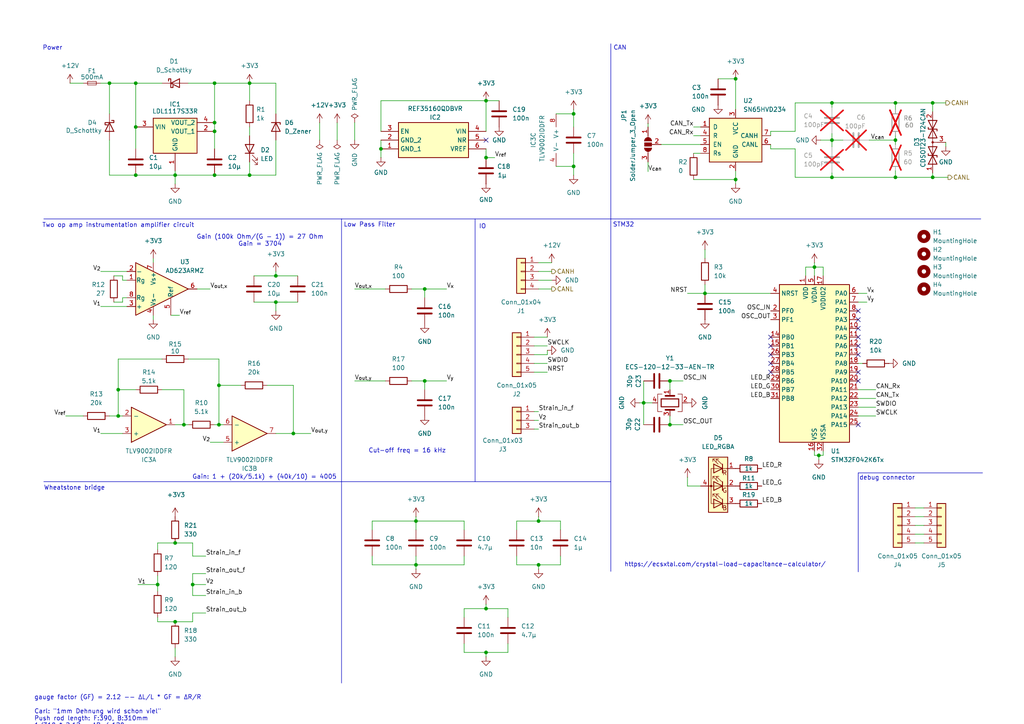
<source format=kicad_sch>
(kicad_sch
	(version 20231120)
	(generator "eeschema")
	(generator_version "8.0")
	(uuid "f8b6600d-b868-4177-9a19-9d3ea5a7ab39")
	(paper "A4")
	
	(junction
		(at 110.49 43.18)
		(diameter 0)
		(color 0 0 0 0)
		(uuid "0113b979-ae6c-4a78-addd-dd9086cd4f25")
	)
	(junction
		(at 120.65 163.83)
		(diameter 0)
		(color 0 0 0 0)
		(uuid "02636ae5-f5e7-48bf-a0d1-c67c747587fa")
	)
	(junction
		(at 237.49 132.08)
		(diameter 0)
		(color 0 0 0 0)
		(uuid "05fcef2d-9dc5-4eef-a6b3-cb266273c987")
	)
	(junction
		(at 62.23 50.8)
		(diameter 0)
		(color 0 0 0 0)
		(uuid "1274ab03-0e54-47dc-a354-b50c482e6800")
	)
	(junction
		(at 270.51 29.845)
		(diameter 0)
		(color 0 0 0 0)
		(uuid "18aab0ba-466c-44b3-ab6f-6a1ed7fe0afe")
	)
	(junction
		(at 39.37 36.83)
		(diameter 0)
		(color 0 0 0 0)
		(uuid "18f22e87-554e-4295-b07b-eb273fe0a1db")
	)
	(junction
		(at 72.39 24.13)
		(diameter 0)
		(color 0 0 0 0)
		(uuid "1c558620-1a98-420b-9444-5ad7f0359b56")
	)
	(junction
		(at 140.97 176.53)
		(diameter 0)
		(color 0 0 0 0)
		(uuid "2068c275-be4a-4ddc-9370-0aa09735babc")
	)
	(junction
		(at 123.19 83.82)
		(diameter 0)
		(color 0 0 0 0)
		(uuid "223cd497-0b94-4d9c-b5e2-168862fd1218")
	)
	(junction
		(at 34.29 120.65)
		(diameter 0)
		(color 0 0 0 0)
		(uuid "24aba9f3-f4f4-4ee6-ab2b-0e2d18dc1c91")
	)
	(junction
		(at 50.8 180.34)
		(diameter 0)
		(color 0 0 0 0)
		(uuid "288f8500-7136-4368-9446-c91c1c33d5b9")
	)
	(junction
		(at 166.37 33.02)
		(diameter 0)
		(color 0 0 0 0)
		(uuid "29218050-3368-4a17-8156-6fcbcb4a527e")
	)
	(junction
		(at 166.37 48.26)
		(diameter 0)
		(color 0 0 0 0)
		(uuid "2f1e8d12-9fdf-4e3d-bd45-b7179341855c")
	)
	(junction
		(at 80.01 80.01)
		(diameter 0)
		(color 0 0 0 0)
		(uuid "2f694dea-cdc4-4dfb-a794-277657627dce")
	)
	(junction
		(at 213.36 22.86)
		(diameter 0)
		(color 0 0 0 0)
		(uuid "2f9f5215-e82d-4a84-b692-9090a2e3a715")
	)
	(junction
		(at 63.5 123.19)
		(diameter 0)
		(color 0 0 0 0)
		(uuid "388b71f3-24b5-42d6-b85e-811513639d97")
	)
	(junction
		(at 62.23 24.13)
		(diameter 0)
		(color 0 0 0 0)
		(uuid "3b3fd521-b43f-4ec9-a61a-bdad4bca688c")
	)
	(junction
		(at 120.65 151.13)
		(diameter 0)
		(color 0 0 0 0)
		(uuid "3f2f3144-da7f-4ef0-bea4-5b0d0d13fd1b")
	)
	(junction
		(at 85.09 125.73)
		(diameter 0)
		(color 0 0 0 0)
		(uuid "3f854f6e-057c-4835-a4df-3fc3838b8305")
	)
	(junction
		(at 34.29 113.03)
		(diameter 0)
		(color 0 0 0 0)
		(uuid "41269feb-ab3e-4360-86bb-de4dc59898c8")
	)
	(junction
		(at 50.8 157.48)
		(diameter 0)
		(color 0 0 0 0)
		(uuid "42578307-91be-4b18-bd8b-b3c4fd4a5a83")
	)
	(junction
		(at 62.23 38.1)
		(diameter 0)
		(color 0 0 0 0)
		(uuid "44c8823b-28ac-4513-9c88-389e5aa2a3b3")
	)
	(junction
		(at 39.37 50.8)
		(diameter 0)
		(color 0 0 0 0)
		(uuid "47ba72a5-4248-4eb6-8c32-01d0c37386c2")
	)
	(junction
		(at 204.47 85.09)
		(diameter 0)
		(color 0 0 0 0)
		(uuid "4a3f6074-2441-4dbb-9060-1f6521322b69")
	)
	(junction
		(at 53.34 123.19)
		(diameter 0)
		(color 0 0 0 0)
		(uuid "50948dc7-93c0-465d-ab1a-1db88ebb8594")
	)
	(junction
		(at 39.37 24.13)
		(diameter 0)
		(color 0 0 0 0)
		(uuid "53ddbd20-4971-4223-9330-8998a94ec2be")
	)
	(junction
		(at 241.3 40.64)
		(diameter 0)
		(color 0 0 0 0)
		(uuid "59324dc7-0930-4c87-a34c-04356d262356")
	)
	(junction
		(at 45.72 169.545)
		(diameter 0)
		(color 0 0 0 0)
		(uuid "59ef493a-90c8-487f-83e0-d3eb3e5f62f2")
	)
	(junction
		(at 140.97 45.72)
		(diameter 0)
		(color 0 0 0 0)
		(uuid "5bf45bd7-2a16-40d0-a149-2850a8188caa")
	)
	(junction
		(at 123.19 110.49)
		(diameter 0)
		(color 0 0 0 0)
		(uuid "604244db-04ca-4606-9a06-feac5a699bb3")
	)
	(junction
		(at 156.21 163.83)
		(diameter 0)
		(color 0 0 0 0)
		(uuid "608c0f87-740b-421b-b82b-596682e21913")
	)
	(junction
		(at 50.8 50.8)
		(diameter 0)
		(color 0 0 0 0)
		(uuid "6574a473-b1d9-470d-80ee-9fdf3fb4b41f")
	)
	(junction
		(at 31.75 24.13)
		(diameter 0)
		(color 0 0 0 0)
		(uuid "714a975b-3475-4259-948c-c306fb6e4177")
	)
	(junction
		(at 186.69 116.84)
		(diameter 0)
		(color 0 0 0 0)
		(uuid "764fcdba-d25d-4eee-915c-52e0c14de4df")
	)
	(junction
		(at 241.3 51.435)
		(diameter 0)
		(color 0 0 0 0)
		(uuid "8cddb896-25c8-45c4-9da8-9f4a22485cb6")
	)
	(junction
		(at 80.01 87.63)
		(diameter 0)
		(color 0 0 0 0)
		(uuid "8f88ce5c-bbe4-4933-92ad-0970284a6b45")
	)
	(junction
		(at 140.97 29.21)
		(diameter 0)
		(color 0 0 0 0)
		(uuid "90a85d0d-9be5-42b6-bf79-6111eb7d6e3d")
	)
	(junction
		(at 259.715 40.64)
		(diameter 0)
		(color 0 0 0 0)
		(uuid "971428a6-e6a3-428e-8996-3365e1415a7a")
	)
	(junction
		(at 156.21 151.13)
		(diameter 0)
		(color 0 0 0 0)
		(uuid "99845d11-7ec7-464f-9f0f-482eae093d4c")
	)
	(junction
		(at 140.97 189.23)
		(diameter 0)
		(color 0 0 0 0)
		(uuid "9e232b2f-2ab0-468b-9669-f57663f79ef7")
	)
	(junction
		(at 241.3 29.845)
		(diameter 0)
		(color 0 0 0 0)
		(uuid "affa2bdb-72df-41b6-9386-ac5839bc4c33")
	)
	(junction
		(at 55.88 169.545)
		(diameter 0)
		(color 0 0 0 0)
		(uuid "d06d7824-d899-492a-ae35-415b3eebf14b")
	)
	(junction
		(at 270.51 51.435)
		(diameter 0)
		(color 0 0 0 0)
		(uuid "dbe45813-95eb-48d7-81a3-962cd7ddbc04")
	)
	(junction
		(at 194.31 123.19)
		(diameter 0)
		(color 0 0 0 0)
		(uuid "debe2676-f69a-452d-8128-8a931bbd7b9e")
	)
	(junction
		(at 72.39 50.8)
		(diameter 0)
		(color 0 0 0 0)
		(uuid "e05dcd12-26d0-4f21-b15d-3699451334e4")
	)
	(junction
		(at 236.22 77.47)
		(diameter 0)
		(color 0 0 0 0)
		(uuid "e308ba93-7af4-45c6-a51f-d4d9b8d7cb7b")
	)
	(junction
		(at 213.36 52.07)
		(diameter 0)
		(color 0 0 0 0)
		(uuid "ec86ed57-28f2-494f-8bd7-d1859c4d7aeb")
	)
	(junction
		(at 259.715 29.845)
		(diameter 0)
		(color 0 0 0 0)
		(uuid "f22c6796-88a6-4583-b5fb-10286df5dff5")
	)
	(junction
		(at 259.715 51.435)
		(diameter 0)
		(color 0 0 0 0)
		(uuid "f59fe935-3d90-45db-bf79-550fe3a27049")
	)
	(junction
		(at 63.5 111.76)
		(diameter 0)
		(color 0 0 0 0)
		(uuid "f9ab6fc7-b12d-4eff-8086-0a272832ba90")
	)
	(junction
		(at 62.23 35.56)
		(diameter 0)
		(color 0 0 0 0)
		(uuid "fab02c0a-ce37-40a3-b016-902294032dec")
	)
	(junction
		(at 194.31 110.49)
		(diameter 0)
		(color 0 0 0 0)
		(uuid "fffb8a15-a344-4a78-8726-789c7b35a907")
	)
	(no_connect
		(at 248.92 107.95)
		(uuid "011e21b3-b88d-48a0-9d5e-c901bd666664")
	)
	(no_connect
		(at 248.92 102.87)
		(uuid "2e3f0ee1-7a11-4d5f-abfb-ffde1fad48ac")
	)
	(no_connect
		(at 223.52 97.79)
		(uuid "3de57669-5315-4a25-a8eb-0ee6f377387a")
	)
	(no_connect
		(at 248.92 97.79)
		(uuid "4cb08239-7d61-4c53-848c-439b0236758b")
	)
	(no_connect
		(at 140.97 40.64)
		(uuid "54644852-1250-4726-9ec8-ada8de9d6f35")
	)
	(no_connect
		(at 223.52 102.87)
		(uuid "576c9c93-a1dc-46aa-8d59-ec64518b7b78")
	)
	(no_connect
		(at 223.52 100.33)
		(uuid "762b8d8d-a8ca-4b3e-8ff7-bbd012e14687")
	)
	(no_connect
		(at 248.92 90.17)
		(uuid "806ee23d-364e-4f82-b471-1fe5dc77d4ac")
	)
	(no_connect
		(at 248.92 92.71)
		(uuid "978aebbd-ccf9-43d0-aea5-fd0c751587c1")
	)
	(no_connect
		(at 248.92 110.49)
		(uuid "9dda198c-30f3-494f-8d56-3ca5ea66041e")
	)
	(no_connect
		(at 248.92 95.25)
		(uuid "b8233062-00c3-4336-b76d-bc355acc5921")
	)
	(no_connect
		(at 248.92 100.33)
		(uuid "bf95490b-5f80-4b63-9514-be8f71732242")
	)
	(no_connect
		(at 223.52 105.41)
		(uuid "d430a219-39ed-4a59-9bd6-bff0f7928992")
	)
	(no_connect
		(at 223.52 107.95)
		(uuid "fe44cb1b-97b2-43e8-9eb7-b332eb0062c4")
	)
	(no_connect
		(at 248.92 123.19)
		(uuid "fff99822-a65f-4e72-9759-c772dadeb206")
	)
	(wire
		(pts
			(xy 52.07 91.44) (xy 49.53 91.44)
		)
		(stroke
			(width 0)
			(type default)
		)
		(uuid "002b569b-193c-4073-9b83-093fc57c216c")
	)
	(wire
		(pts
			(xy 80.01 87.63) (xy 80.01 90.17)
		)
		(stroke
			(width 0)
			(type default)
		)
		(uuid "013202b2-a727-4751-ade1-1dc6256e77e0")
	)
	(wire
		(pts
			(xy 63.5 123.19) (xy 64.77 123.19)
		)
		(stroke
			(width 0)
			(type default)
		)
		(uuid "03cf31f4-a89b-4b47-834e-cb316a079ae8")
	)
	(wire
		(pts
			(xy 29.21 88.9) (xy 36.83 88.9)
		)
		(stroke
			(width 0)
			(type default)
		)
		(uuid "03e40dc0-7d1c-4bd7-ad66-c72d428e8588")
	)
	(wire
		(pts
			(xy 31.75 24.13) (xy 39.37 24.13)
		)
		(stroke
			(width 0)
			(type default)
		)
		(uuid "05c21496-2040-4273-bc27-cd6a300b478b")
	)
	(wire
		(pts
			(xy 62.23 50.8) (xy 50.8 50.8)
		)
		(stroke
			(width 0)
			(type default)
		)
		(uuid "063bad33-447b-4eec-8a86-60eb22fc1ae6")
	)
	(polyline
		(pts
			(xy 12.7 63.5) (xy 99.06 63.5)
		)
		(stroke
			(width 0)
			(type default)
		)
		(uuid "06e5fcf3-7a79-456b-9e2f-585370566cb8")
	)
	(wire
		(pts
			(xy 156.21 83.82) (xy 160.02 83.82)
		)
		(stroke
			(width 0)
			(type default)
		)
		(uuid "06f863bd-09fb-404b-bb84-6d24da4bced6")
	)
	(wire
		(pts
			(xy 161.29 48.26) (xy 166.37 48.26)
		)
		(stroke
			(width 0)
			(type default)
		)
		(uuid "081c33e7-32e7-47ea-ae00-fd4f7389becf")
	)
	(wire
		(pts
			(xy 63.5 111.76) (xy 63.5 104.14)
		)
		(stroke
			(width 0)
			(type default)
		)
		(uuid "0836748d-ddae-4121-b54f-6f77c7a22eff")
	)
	(wire
		(pts
			(xy 241.3 51.435) (xy 259.715 51.435)
		)
		(stroke
			(width 0)
			(type default)
		)
		(uuid "095b1cd1-9a0c-4002-89f1-b5b2cdd36522")
	)
	(wire
		(pts
			(xy 73.66 80.01) (xy 80.01 80.01)
		)
		(stroke
			(width 0)
			(type default)
		)
		(uuid "0c68411c-5b64-4939-8271-dafc20811513")
	)
	(wire
		(pts
			(xy 201.168 52.07) (xy 213.36 52.07)
		)
		(stroke
			(width 0)
			(type default)
		)
		(uuid "0c911aa3-c435-499e-9389-99cf5d2b2b9c")
	)
	(wire
		(pts
			(xy 147.32 189.23) (xy 147.32 186.69)
		)
		(stroke
			(width 0)
			(type default)
		)
		(uuid "0ce8dfc3-b7e4-4e1d-a601-2339048041c9")
	)
	(wire
		(pts
			(xy 241.427 29.845) (xy 241.427 29.718)
		)
		(stroke
			(width 0)
			(type default)
		)
		(uuid "0d4194ca-3726-4e15-8ee1-5df1bbd9cf3e")
	)
	(wire
		(pts
			(xy 44.45 74.93) (xy 44.45 76.2)
		)
		(stroke
			(width 0)
			(type default)
		)
		(uuid "0ddf33d9-33e6-4e10-af48-91607963e200")
	)
	(wire
		(pts
			(xy 140.97 45.72) (xy 140.97 43.18)
		)
		(stroke
			(width 0)
			(type default)
		)
		(uuid "0e059004-e4c6-443c-9ae9-d824401392f4")
	)
	(wire
		(pts
			(xy 204.47 72.39) (xy 204.47 74.93)
		)
		(stroke
			(width 0)
			(type default)
		)
		(uuid "0e1d89c7-9f47-4922-a602-fc1e86b0b19e")
	)
	(wire
		(pts
			(xy 201.168 36.83) (xy 203.2 36.83)
		)
		(stroke
			(width 0)
			(type default)
		)
		(uuid "0f5537fc-d328-4fd1-a1a3-1f83bddc76ec")
	)
	(wire
		(pts
			(xy 134.62 176.53) (xy 140.97 176.53)
		)
		(stroke
			(width 0)
			(type default)
		)
		(uuid "0f88d33a-72a9-4f30-aad1-8ffc47253642")
	)
	(wire
		(pts
			(xy 45.72 180.34) (xy 45.72 179.07)
		)
		(stroke
			(width 0)
			(type default)
		)
		(uuid "104e6e70-864a-4e5b-8b3e-6f752188f023")
	)
	(wire
		(pts
			(xy 59.69 161.29) (xy 55.88 161.29)
		)
		(stroke
			(width 0)
			(type default)
		)
		(uuid "126bc45f-61a2-4403-bafb-b98dd6e9be2e")
	)
	(wire
		(pts
			(xy 85.09 111.76) (xy 77.47 111.76)
		)
		(stroke
			(width 0)
			(type default)
		)
		(uuid "12c70ed5-7a7c-4673-977a-9074d9ae907f")
	)
	(wire
		(pts
			(xy 254 115.57) (xy 248.92 115.57)
		)
		(stroke
			(width 0)
			(type default)
		)
		(uuid "12dcbea1-3261-4fd0-8e4c-9bcdcdf9fa51")
	)
	(wire
		(pts
			(xy 55.88 177.8) (xy 55.88 180.34)
		)
		(stroke
			(width 0)
			(type default)
		)
		(uuid "1310dc17-41e6-4dea-9c15-cdb66a7a83da")
	)
	(wire
		(pts
			(xy 213.36 31.75) (xy 213.36 22.86)
		)
		(stroke
			(width 0)
			(type default)
		)
		(uuid "132dced9-bc89-44e4-8110-c9eadfa7c1e2")
	)
	(wire
		(pts
			(xy 107.95 153.67) (xy 107.95 151.13)
		)
		(stroke
			(width 0)
			(type default)
		)
		(uuid "15d351c6-00b0-40fb-9381-1f23c8a35151")
	)
	(wire
		(pts
			(xy 251.46 87.63) (xy 248.92 87.63)
		)
		(stroke
			(width 0)
			(type default)
		)
		(uuid "162f05f0-fdcb-4cf3-bc7b-82a0fb4dc163")
	)
	(wire
		(pts
			(xy 241.3 50.165) (xy 241.3 51.435)
		)
		(stroke
			(width 0)
			(type default)
		)
		(uuid "17c80241-ad75-4b36-b401-7697b6679a17")
	)
	(wire
		(pts
			(xy 186.69 116.84) (xy 189.23 116.84)
		)
		(stroke
			(width 0)
			(type default)
		)
		(uuid "18b95f29-5d3b-46e1-8278-34a9eb73cf73")
	)
	(wire
		(pts
			(xy 46.99 104.14) (xy 34.29 104.14)
		)
		(stroke
			(width 0)
			(type default)
		)
		(uuid "18db34b7-9ad5-4c45-ac7a-de65e5b10f34")
	)
	(wire
		(pts
			(xy 267.97 154.94) (xy 265.43 154.94)
		)
		(stroke
			(width 0)
			(type default)
		)
		(uuid "19f47de0-79b3-4420-8974-17818dc70da7")
	)
	(wire
		(pts
			(xy 72.39 46.99) (xy 72.39 50.8)
		)
		(stroke
			(width 0)
			(type default)
		)
		(uuid "1b596011-c73a-4822-b798-5a4033510421")
	)
	(wire
		(pts
			(xy 72.39 36.83) (xy 72.39 39.37)
		)
		(stroke
			(width 0)
			(type default)
		)
		(uuid "1c9b533d-b6b0-407d-8e84-162db6022663")
	)
	(wire
		(pts
			(xy 63.5 123.19) (xy 63.5 111.76)
		)
		(stroke
			(width 0)
			(type default)
		)
		(uuid "1cc1dde3-b26c-4361-bdb5-58652f848fe0")
	)
	(wire
		(pts
			(xy 213.36 52.07) (xy 213.36 53.34)
		)
		(stroke
			(width 0)
			(type default)
		)
		(uuid "1d89fe2c-9548-43c0-8776-e2e7dcdbf91b")
	)
	(wire
		(pts
			(xy 161.29 33.02) (xy 166.37 33.02)
		)
		(stroke
			(width 0)
			(type default)
		)
		(uuid "1da83e8d-ae21-43b8-9f85-7dcd00fa8c0e")
	)
	(polyline
		(pts
			(xy 99.06 63.5) (xy 99.06 198.12)
		)
		(stroke
			(width 0)
			(type default)
		)
		(uuid "1e150bea-a095-4860-8a7f-d8499367ddbc")
	)
	(wire
		(pts
			(xy 248.92 105.41) (xy 250.19 105.41)
		)
		(stroke
			(width 0)
			(type default)
		)
		(uuid "1ed35ed8-bfa9-42bc-8e68-7dc6f3016af2")
	)
	(wire
		(pts
			(xy 50.8 190.5) (xy 50.8 187.96)
		)
		(stroke
			(width 0)
			(type default)
		)
		(uuid "1f0fd03f-62bf-47d9-bd89-f8ec9779224d")
	)
	(wire
		(pts
			(xy 233.68 80.01) (xy 233.68 77.47)
		)
		(stroke
			(width 0)
			(type default)
		)
		(uuid "1f8a2569-8cf7-48fa-a888-7b62e6816d99")
	)
	(wire
		(pts
			(xy 241.3 40.64) (xy 244.475 40.64)
		)
		(stroke
			(width 0)
			(type default)
		)
		(uuid "204fd81c-f2a0-45b9-8a27-e13ae4452fcb")
	)
	(wire
		(pts
			(xy 194.31 120.65) (xy 194.31 123.19)
		)
		(stroke
			(width 0)
			(type default)
		)
		(uuid "20a69bd0-a796-4da6-acdc-21a226c20127")
	)
	(wire
		(pts
			(xy 236.22 130.81) (xy 236.22 132.08)
		)
		(stroke
			(width 0)
			(type default)
		)
		(uuid "20e58788-9604-4f53-88a5-e6c489e75ae9")
	)
	(polyline
		(pts
			(xy 284.988 137.16) (xy 248.92 137.16)
		)
		(stroke
			(width 0)
			(type default)
		)
		(uuid "2305da3a-3bce-47a9-a092-7aebf0142460")
	)
	(polyline
		(pts
			(xy 99.06 139.7) (xy 177.165 139.7)
		)
		(stroke
			(width 0)
			(type default)
		)
		(uuid "23e43f90-4bda-4fa4-b933-7c5db8a8469a")
	)
	(wire
		(pts
			(xy 237.49 132.08) (xy 237.49 133.35)
		)
		(stroke
			(width 0)
			(type default)
		)
		(uuid "2421dcc1-b121-49f1-b83b-336e60dc130c")
	)
	(polyline
		(pts
			(xy 12.7 139.7) (xy 99.06 139.7)
		)
		(stroke
			(width 0)
			(type default)
		)
		(uuid "254fb170-8939-4346-b737-b2bf1807eac8")
	)
	(polyline
		(pts
			(xy 137.795 63.5) (xy 137.795 139.7)
		)
		(stroke
			(width 0)
			(type default)
		)
		(uuid "27a048a3-84ac-437a-a594-4a1fabeb99d0")
	)
	(wire
		(pts
			(xy 259.715 40.64) (xy 259.715 41.91)
		)
		(stroke
			(width 0)
			(type default)
		)
		(uuid "2947efbf-9a51-4392-94c7-5d2a2ad047ef")
	)
	(wire
		(pts
			(xy 140.97 29.21) (xy 140.97 38.1)
		)
		(stroke
			(width 0)
			(type default)
		)
		(uuid "2a159aeb-a156-4079-a8ad-68f07053ab08")
	)
	(wire
		(pts
			(xy 194.31 123.19) (xy 198.12 123.19)
		)
		(stroke
			(width 0)
			(type default)
		)
		(uuid "2a2292a9-2ad3-484e-8de6-a6d4f546661e")
	)
	(wire
		(pts
			(xy 248.92 120.65) (xy 254 120.65)
		)
		(stroke
			(width 0)
			(type default)
		)
		(uuid "2a5c6140-b454-4238-b3fa-bb175a7686ed")
	)
	(wire
		(pts
			(xy 140.97 176.53) (xy 147.32 176.53)
		)
		(stroke
			(width 0)
			(type default)
		)
		(uuid "2aa0ce68-9b67-44e5-908a-2a133d53b282")
	)
	(wire
		(pts
			(xy 267.97 147.32) (xy 265.43 147.32)
		)
		(stroke
			(width 0)
			(type default)
		)
		(uuid "2c6d7c59-bee0-4b60-9990-1b15fc142b58")
	)
	(wire
		(pts
			(xy 156.21 78.74) (xy 160.02 78.74)
		)
		(stroke
			(width 0)
			(type default)
		)
		(uuid "2c7568ad-643d-467a-87f3-08f0b73f8fa5")
	)
	(wire
		(pts
			(xy 259.715 39.37) (xy 259.715 40.64)
		)
		(stroke
			(width 0)
			(type default)
		)
		(uuid "2e17b979-0001-4a6f-a7e5-7a9f3e1a7b72")
	)
	(wire
		(pts
			(xy 166.37 33.02) (xy 166.37 36.83)
		)
		(stroke
			(width 0)
			(type default)
		)
		(uuid "316adbd1-99a5-4633-92c3-0703f8c8bd1c")
	)
	(wire
		(pts
			(xy 29.21 24.13) (xy 31.75 24.13)
		)
		(stroke
			(width 0)
			(type default)
		)
		(uuid "320c7e1c-3303-429d-9c0f-1a1fd378a2d8")
	)
	(wire
		(pts
			(xy 72.39 24.13) (xy 80.01 24.13)
		)
		(stroke
			(width 0)
			(type default)
		)
		(uuid "32501b11-7f5e-40fb-ae05-6e80de7aee01")
	)
	(wire
		(pts
			(xy 110.49 43.18) (xy 110.49 45.72)
		)
		(stroke
			(width 0)
			(type default)
		)
		(uuid "34a34465-7d06-400d-89a3-97e65bf7805c")
	)
	(polyline
		(pts
			(xy 177.165 63.5) (xy 177.165 165.735)
		)
		(stroke
			(width 0)
			(type default)
		)
		(uuid "3583523b-d8a5-474d-b216-275e019db74c")
	)
	(wire
		(pts
			(xy 267.97 152.4) (xy 265.43 152.4)
		)
		(stroke
			(width 0)
			(type default)
		)
		(uuid "3743591e-f91f-48e3-a407-f4c60aff1b04")
	)
	(wire
		(pts
			(xy 230.632 43.18) (xy 230.632 51.435)
		)
		(stroke
			(width 0)
			(type default)
		)
		(uuid "376f7c79-f0cd-4f85-952f-0208b2c2461c")
	)
	(wire
		(pts
			(xy 120.65 165.1) (xy 120.65 163.83)
		)
		(stroke
			(width 0)
			(type default)
		)
		(uuid "387a082b-1d5e-4623-a1a5-eec1ea844f5b")
	)
	(wire
		(pts
			(xy 119.38 110.49) (xy 123.19 110.49)
		)
		(stroke
			(width 0)
			(type default)
		)
		(uuid "395bd3a4-1bf8-4d77-9408-13505797f4f2")
	)
	(wire
		(pts
			(xy 62.23 24.13) (xy 54.61 24.13)
		)
		(stroke
			(width 0)
			(type default)
		)
		(uuid "41aedd68-caa4-4647-9016-9a536f40f869")
	)
	(wire
		(pts
			(xy 120.65 149.86) (xy 120.65 151.13)
		)
		(stroke
			(width 0)
			(type default)
		)
		(uuid "42db72ac-9a9b-483f-a4a0-b25ba839651d")
	)
	(wire
		(pts
			(xy 223.52 43.18) (xy 223.52 41.91)
		)
		(stroke
			(width 0)
			(type default)
		)
		(uuid "44458fcf-e717-42b4-94b6-f699e6aa5e32")
	)
	(wire
		(pts
			(xy 140.97 29.21) (xy 110.49 29.21)
		)
		(stroke
			(width 0)
			(type default)
		)
		(uuid "44c6a455-dd4f-4ebd-b1ce-a92d37a79308")
	)
	(wire
		(pts
			(xy 102.87 35.56) (xy 102.87 40.64)
		)
		(stroke
			(width 0)
			(type default)
		)
		(uuid "458519c6-0720-4a49-833a-c96c73d72eb0")
	)
	(wire
		(pts
			(xy 236.22 77.47) (xy 236.22 80.01)
		)
		(stroke
			(width 0)
			(type default)
		)
		(uuid "45c90e8a-1aa0-4034-8542-7a75d95d084b")
	)
	(wire
		(pts
			(xy 120.65 151.13) (xy 120.65 153.67)
		)
		(stroke
			(width 0)
			(type default)
		)
		(uuid "46026f39-bfc0-48e8-9cd9-a4bf4fdcc719")
	)
	(polyline
		(pts
			(xy 248.92 137.16) (xy 248.92 165.862)
		)
		(stroke
			(width 0)
			(type default)
		)
		(uuid "48f17dde-bbbb-4bf9-aa53-a178fb876f5a")
	)
	(wire
		(pts
			(xy 270.51 29.845) (xy 259.715 29.845)
		)
		(stroke
			(width 0)
			(type default)
		)
		(uuid "4a396bcf-66e8-42da-aa9e-3f91156ead46")
	)
	(wire
		(pts
			(xy 270.51 29.845) (xy 274.32 29.845)
		)
		(stroke
			(width 0)
			(type default)
		)
		(uuid "4c97ac6d-ea4d-4a2b-8525-c847bb0f6b09")
	)
	(wire
		(pts
			(xy 166.37 31.75) (xy 166.37 33.02)
		)
		(stroke
			(width 0)
			(type default)
		)
		(uuid "4f322e14-60a3-4a93-8244-9fe62a5955d8")
	)
	(wire
		(pts
			(xy 149.86 153.67) (xy 149.86 151.13)
		)
		(stroke
			(width 0)
			(type default)
		)
		(uuid "4f82ae54-76dd-4469-8cca-35c95bf773b1")
	)
	(wire
		(pts
			(xy 236.22 76.2) (xy 236.22 77.47)
		)
		(stroke
			(width 0)
			(type default)
		)
		(uuid "4fa41436-6c9c-4b65-a2a8-5bb7d5784ac1")
	)
	(wire
		(pts
			(xy 102.87 110.49) (xy 111.76 110.49)
		)
		(stroke
			(width 0)
			(type default)
		)
		(uuid "51701b02-f6f0-4f68-bb72-821ae710d19e")
	)
	(wire
		(pts
			(xy 59.69 166.37) (xy 55.88 166.37)
		)
		(stroke
			(width 0)
			(type default)
		)
		(uuid "52b87047-26a9-49db-a9cc-881d5fe05a50")
	)
	(wire
		(pts
			(xy 134.62 186.69) (xy 134.62 189.23)
		)
		(stroke
			(width 0)
			(type default)
		)
		(uuid "56305bf8-57df-4d27-a8a6-6dbf45a25735")
	)
	(wire
		(pts
			(xy 45.72 159.385) (xy 45.72 157.48)
		)
		(stroke
			(width 0)
			(type default)
		)
		(uuid "58e81686-c857-4470-9f9b-398e8947ff08")
	)
	(wire
		(pts
			(xy 55.88 157.48) (xy 55.88 161.29)
		)
		(stroke
			(width 0)
			(type default)
		)
		(uuid "59c5f239-b5dc-406d-8feb-3e00fafd875f")
	)
	(wire
		(pts
			(xy 34.29 104.14) (xy 34.29 113.03)
		)
		(stroke
			(width 0)
			(type default)
		)
		(uuid "5a90dbde-0c42-4db1-94cf-3b93b58dc984")
	)
	(wire
		(pts
			(xy 73.66 87.63) (xy 80.01 87.63)
		)
		(stroke
			(width 0)
			(type default)
		)
		(uuid "5a978922-2244-4610-9ed1-7c8eec8787e6")
	)
	(wire
		(pts
			(xy 31.75 50.8) (xy 39.37 50.8)
		)
		(stroke
			(width 0)
			(type default)
		)
		(uuid "5c28fc97-a1c5-41d5-9085-2d9a73743a48")
	)
	(wire
		(pts
			(xy 123.19 83.82) (xy 123.19 86.36)
		)
		(stroke
			(width 0)
			(type default)
		)
		(uuid "5fa5515f-3b69-45c9-a7bc-56aa165bc91e")
	)
	(polyline
		(pts
			(xy 177.165 12.7) (xy 177.165 63.5)
		)
		(stroke
			(width 0)
			(type default)
		)
		(uuid "5fde731f-f99b-4659-a2f3-bd2cb335181c")
	)
	(wire
		(pts
			(xy 162.56 163.83) (xy 162.56 161.29)
		)
		(stroke
			(width 0)
			(type default)
		)
		(uuid "603e02e8-c534-4655-9ed6-49e53ae53953")
	)
	(wire
		(pts
			(xy 166.37 50.8) (xy 166.37 48.26)
		)
		(stroke
			(width 0)
			(type default)
		)
		(uuid "62352196-4480-4212-8a52-04c71f663fdd")
	)
	(wire
		(pts
			(xy 267.97 157.48) (xy 265.43 157.48)
		)
		(stroke
			(width 0)
			(type default)
		)
		(uuid "641d4a75-3097-4105-ae3d-091137ec1391")
	)
	(wire
		(pts
			(xy 62.23 24.13) (xy 62.23 35.56)
		)
		(stroke
			(width 0)
			(type default)
		)
		(uuid "6465069e-f1b2-4ecf-abe7-df549e3e25a1")
	)
	(wire
		(pts
			(xy 147.32 176.53) (xy 147.32 179.07)
		)
		(stroke
			(width 0)
			(type default)
		)
		(uuid "6472004c-be6b-4848-8e8a-041d61a50214")
	)
	(wire
		(pts
			(xy 238.76 132.08) (xy 238.76 130.81)
		)
		(stroke
			(width 0)
			(type default)
		)
		(uuid "6635867c-6b9d-4c26-b2e0-1eefc19f35f7")
	)
	(wire
		(pts
			(xy 156.21 149.86) (xy 156.21 151.13)
		)
		(stroke
			(width 0)
			(type default)
		)
		(uuid "6712d1cb-8cf1-4415-b264-38dbf2baae3e")
	)
	(wire
		(pts
			(xy 140.97 189.23) (xy 147.32 189.23)
		)
		(stroke
			(width 0)
			(type default)
		)
		(uuid "68311f9e-2b8a-4029-87e1-b828b957f949")
	)
	(wire
		(pts
			(xy 97.79 35.56) (xy 97.79 40.64)
		)
		(stroke
			(width 0)
			(type default)
		)
		(uuid "68e80d02-30bb-4992-9645-88a83eb28be3")
	)
	(wire
		(pts
			(xy 156.21 163.83) (xy 156.21 165.1)
		)
		(stroke
			(width 0)
			(type default)
		)
		(uuid "6941a1e4-fde9-4a22-b2b1-5d20bab42043")
	)
	(wire
		(pts
			(xy 110.49 29.21) (xy 110.49 38.1)
		)
		(stroke
			(width 0)
			(type default)
		)
		(uuid "69867d43-771f-44ed-bb50-f0c1a9a8fab1")
	)
	(wire
		(pts
			(xy 252.095 40.64) (xy 259.715 40.64)
		)
		(stroke
			(width 0)
			(type default)
		)
		(uuid "6a0e5d92-3f24-43ef-bf9b-bba4c8446950")
	)
	(wire
		(pts
			(xy 120.65 151.13) (xy 134.62 151.13)
		)
		(stroke
			(width 0)
			(type default)
		)
		(uuid "6a550cd0-8dec-453e-9042-14232bad69d6")
	)
	(wire
		(pts
			(xy 35.56 86.36) (xy 35.56 87.63)
		)
		(stroke
			(width 0)
			(type default)
		)
		(uuid "6beb2020-51ba-4481-9706-ab078667471b")
	)
	(wire
		(pts
			(xy 45.72 180.34) (xy 50.8 180.34)
		)
		(stroke
			(width 0)
			(type default)
		)
		(uuid "6c474314-fa19-40b6-a695-89e688a77dff")
	)
	(wire
		(pts
			(xy 204.47 85.09) (xy 223.52 85.09)
		)
		(stroke
			(width 0)
			(type default)
		)
		(uuid "6ca2ac6f-9e69-45f6-b007-3bbaecaab6e1")
	)
	(wire
		(pts
			(xy 72.39 24.13) (xy 72.39 29.21)
		)
		(stroke
			(width 0)
			(type default)
		)
		(uuid "6caa099b-59f8-486a-a4c0-0f89ef07f236")
	)
	(wire
		(pts
			(xy 80.01 78.74) (xy 80.01 80.01)
		)
		(stroke
			(width 0)
			(type default)
		)
		(uuid "6d415676-f979-4482-8439-1f97d9dbc1ff")
	)
	(wire
		(pts
			(xy 156.21 76.2) (xy 160.02 76.2)
		)
		(stroke
			(width 0)
			(type default)
		)
		(uuid "6f701bce-adad-4582-950d-25e5c2e53447")
	)
	(wire
		(pts
			(xy 55.88 169.545) (xy 59.69 169.545)
		)
		(stroke
			(width 0)
			(type default)
		)
		(uuid "709acf9a-fbdb-47fb-86df-0790a9b9d70f")
	)
	(wire
		(pts
			(xy 237.998 40.64) (xy 241.3 40.64)
		)
		(stroke
			(width 0)
			(type default)
		)
		(uuid "7238d858-9da9-45c0-9213-e59184585788")
	)
	(wire
		(pts
			(xy 19.05 120.65) (xy 24.13 120.65)
		)
		(stroke
			(width 0)
			(type default)
		)
		(uuid "75710b30-e851-4223-901d-6c6410da5559")
	)
	(wire
		(pts
			(xy 85.09 125.73) (xy 85.09 111.76)
		)
		(stroke
			(width 0)
			(type default)
		)
		(uuid "759e8376-ca0f-49fe-a0a3-941849fb77db")
	)
	(wire
		(pts
			(xy 270.51 51.435) (xy 274.955 51.435)
		)
		(stroke
			(width 0)
			(type default)
		)
		(uuid "76c26d6a-0fa5-4227-806c-365842650d0f")
	)
	(wire
		(pts
			(xy 80.01 50.8) (xy 72.39 50.8)
		)
		(stroke
			(width 0)
			(type default)
		)
		(uuid "7778c020-f444-4c2e-a304-cae94ffc0154")
	)
	(wire
		(pts
			(xy 154.94 121.92) (xy 156.21 121.92)
		)
		(stroke
			(width 0)
			(type default)
		)
		(uuid "7b94120f-e58f-423d-9db3-b73f0fab24f8")
	)
	(wire
		(pts
			(xy 134.62 163.83) (xy 134.62 161.29)
		)
		(stroke
			(width 0)
			(type default)
		)
		(uuid "7bab9181-e488-4a58-98b2-755a152ce61a")
	)
	(wire
		(pts
			(xy 107.95 151.13) (xy 120.65 151.13)
		)
		(stroke
			(width 0)
			(type default)
		)
		(uuid "7bfcbe3a-c203-49f7-bf94-c2d0b30b048e")
	)
	(wire
		(pts
			(xy 45.72 157.48) (xy 50.8 157.48)
		)
		(stroke
			(width 0)
			(type default)
		)
		(uuid "7cf74372-fc75-4a2c-9efe-7e97ec09b893")
	)
	(wire
		(pts
			(xy 50.8 49.53) (xy 50.8 50.8)
		)
		(stroke
			(width 0)
			(type default)
		)
		(uuid "7d6035a0-44fd-461f-a127-07d2fdcb539d")
	)
	(wire
		(pts
			(xy 156.21 151.13) (xy 162.56 151.13)
		)
		(stroke
			(width 0)
			(type default)
		)
		(uuid "7d6d6e4a-b6d4-49df-9526-f47d055eba87")
	)
	(wire
		(pts
			(xy 107.95 161.29) (xy 107.95 163.83)
		)
		(stroke
			(width 0)
			(type default)
		)
		(uuid "7eebbf57-95a2-428a-87c2-e05d8c9ab596")
	)
	(wire
		(pts
			(xy 50.8 180.34) (xy 55.88 180.34)
		)
		(stroke
			(width 0)
			(type default)
		)
		(uuid "7ef9d9fe-23b6-4b72-9de7-b62bf3d2a261")
	)
	(wire
		(pts
			(xy 39.37 113.03) (xy 34.29 113.03)
		)
		(stroke
			(width 0)
			(type default)
		)
		(uuid "80eea628-a404-4798-85cd-c8b299c2e072")
	)
	(wire
		(pts
			(xy 34.29 120.65) (xy 35.56 120.65)
		)
		(stroke
			(width 0)
			(type default)
		)
		(uuid "821479b5-28c5-4d87-96c1-ad25fcc29ba5")
	)
	(wire
		(pts
			(xy 53.34 113.03) (xy 53.34 123.19)
		)
		(stroke
			(width 0)
			(type default)
		)
		(uuid "85aea282-cd77-47d6-8472-9255a16213f3")
	)
	(wire
		(pts
			(xy 223.52 43.18) (xy 230.632 43.18)
		)
		(stroke
			(width 0)
			(type default)
		)
		(uuid "85c30127-3cf3-4e78-8e5a-7937005e6f73")
	)
	(wire
		(pts
			(xy 187.96 46.99) (xy 187.96 49.784)
		)
		(stroke
			(width 0)
			(type default)
		)
		(uuid "899bf97a-8757-4ee8-8d0a-f79ea2770819")
	)
	(wire
		(pts
			(xy 62.23 35.56) (xy 62.23 38.1)
		)
		(stroke
			(width 0)
			(type default)
		)
		(uuid "8b220399-1ce2-4e96-9893-cff77ce36286")
	)
	(wire
		(pts
			(xy 233.68 77.47) (xy 236.22 77.47)
		)
		(stroke
			(width 0)
			(type default)
		)
		(uuid "8be657de-2b3f-4e43-8ef6-ab0885e9e2fa")
	)
	(wire
		(pts
			(xy 120.65 161.29) (xy 120.65 163.83)
		)
		(stroke
			(width 0)
			(type default)
		)
		(uuid "8ea6e887-f7d4-47e4-88a0-8a96fe04cf32")
	)
	(wire
		(pts
			(xy 267.97 149.86) (xy 265.43 149.86)
		)
		(stroke
			(width 0)
			(type default)
		)
		(uuid "8feff384-afd1-4b25-b9fe-033cc26e2706")
	)
	(wire
		(pts
			(xy 149.86 161.29) (xy 149.86 163.83)
		)
		(stroke
			(width 0)
			(type default)
		)
		(uuid "908f5b7c-91b7-483d-b587-7ddc9176ec65")
	)
	(wire
		(pts
			(xy 110.49 40.64) (xy 110.49 43.18)
		)
		(stroke
			(width 0)
			(type default)
		)
		(uuid "90db6e3f-dda2-4216-93bb-d867849a3fde")
	)
	(wire
		(pts
			(xy 29.21 125.73) (xy 35.56 125.73)
		)
		(stroke
			(width 0)
			(type default)
		)
		(uuid "9115be0d-d37f-470b-bb3f-35ce1d989f22")
	)
	(wire
		(pts
			(xy 156.21 119.38) (xy 154.94 119.38)
		)
		(stroke
			(width 0)
			(type default)
		)
		(uuid "9215cf30-6aaf-4b3f-8c29-0e7a33320ca0")
	)
	(wire
		(pts
			(xy 69.85 111.76) (xy 63.5 111.76)
		)
		(stroke
			(width 0)
			(type default)
		)
		(uuid "937917d0-dca9-4e00-9e1c-a99d3cfc9699")
	)
	(wire
		(pts
			(xy 50.8 123.19) (xy 53.34 123.19)
		)
		(stroke
			(width 0)
			(type default)
		)
		(uuid "93c231a9-cc74-49fc-a832-13bf3b5d2501")
	)
	(wire
		(pts
			(xy 248.92 85.09) (xy 251.46 85.09)
		)
		(stroke
			(width 0)
			(type default)
		)
		(uuid "93d0469f-82bb-429a-9ea3-f171d0dc6574")
	)
	(wire
		(pts
			(xy 123.19 110.49) (xy 123.19 113.03)
		)
		(stroke
			(width 0)
			(type default)
		)
		(uuid "943e6621-fda7-4e60-9a64-248ab989339e")
	)
	(wire
		(pts
			(xy 241.3 38.735) (xy 241.3 40.64)
		)
		(stroke
			(width 0)
			(type default)
		)
		(uuid "94f16936-1fea-40b4-8a2b-d19a44e8f4ff")
	)
	(wire
		(pts
			(xy 55.88 169.545) (xy 55.88 172.72)
		)
		(stroke
			(width 0)
			(type default)
		)
		(uuid "959e0f14-6a36-4495-b02e-7ccd361d2717")
	)
	(wire
		(pts
			(xy 134.62 179.07) (xy 134.62 176.53)
		)
		(stroke
			(width 0)
			(type default)
		)
		(uuid "96038f6e-3cb2-47bb-8b30-14c1cdc88481")
	)
	(wire
		(pts
			(xy 55.88 177.8) (xy 59.69 177.8)
		)
		(stroke
			(width 0)
			(type default)
		)
		(uuid "9e77a6d7-1b17-4ffa-a877-82b523e28942")
	)
	(wire
		(pts
			(xy 154.94 107.95) (xy 158.75 107.95)
		)
		(stroke
			(width 0)
			(type default)
		)
		(uuid "9f749afb-1c5d-4d65-944b-937240cf5973")
	)
	(wire
		(pts
			(xy 270.51 50.165) (xy 270.51 51.435)
		)
		(stroke
			(width 0)
			(type default)
		)
		(uuid "a2b90846-3dbc-4c4a-8892-6c2d9a1fdc82")
	)
	(wire
		(pts
			(xy 154.94 105.41) (xy 158.75 105.41)
		)
		(stroke
			(width 0)
			(type default)
		)
		(uuid "a3d90e26-f77e-46b1-a70c-39d9c37d96a7")
	)
	(wire
		(pts
			(xy 140.97 29.21) (xy 144.78 29.21)
		)
		(stroke
			(width 0)
			(type default)
		)
		(uuid "a431a2bc-af5e-4adf-a79a-95ad52576f7e")
	)
	(wire
		(pts
			(xy 46.99 24.13) (xy 39.37 24.13)
		)
		(stroke
			(width 0)
			(type default)
		)
		(uuid "a6ad502b-56c6-47e0-b3a2-671b1b517282")
	)
	(wire
		(pts
			(xy 50.8 50.8) (xy 50.8 53.34)
		)
		(stroke
			(width 0)
			(type default)
		)
		(uuid "a7c5373f-7395-4dfc-80b5-ed6f15d7ad13")
	)
	(wire
		(pts
			(xy 143.51 45.72) (xy 140.97 45.72)
		)
		(stroke
			(width 0)
			(type default)
		)
		(uuid "a867a866-2e05-4d57-ae99-ea8fe4b9eeb3")
	)
	(wire
		(pts
			(xy 140.97 175.26) (xy 140.97 176.53)
		)
		(stroke
			(width 0)
			(type default)
		)
		(uuid "a86ec96b-4ac7-4f76-86c8-0f18e7c0667d")
	)
	(wire
		(pts
			(xy 31.75 120.65) (xy 34.29 120.65)
		)
		(stroke
			(width 0)
			(type default)
		)
		(uuid "a9626274-6a7b-49cd-85d7-febaa255a077")
	)
	(wire
		(pts
			(xy 120.65 163.83) (xy 134.62 163.83)
		)
		(stroke
			(width 0)
			(type default)
		)
		(uuid "a9a5d14e-9ae3-4bfa-ab83-e05d0cf5f292")
	)
	(wire
		(pts
			(xy 199.39 85.09) (xy 204.47 85.09)
		)
		(stroke
			(width 0)
			(type default)
		)
		(uuid "a9fb4f29-eaff-4eae-9edd-ae1d74a6010f")
	)
	(wire
		(pts
			(xy 199.39 140.97) (xy 203.2 140.97)
		)
		(stroke
			(width 0)
			(type default)
		)
		(uuid "ac4a597b-27b6-4dbb-bcc9-36b4548f17de")
	)
	(polyline
		(pts
			(xy 99.06 63.5) (xy 284.48 63.5)
		)
		(stroke
			(width 0)
			(type default)
		)
		(uuid "ad686be9-2281-4c7b-859e-59d0043d3f61")
	)
	(wire
		(pts
			(xy 241.3 29.845) (xy 241.3 29.718)
		)
		(stroke
			(width 0)
			(type default)
		)
		(uuid "aed2f8f2-1388-4b18-b671-f755c45854ad")
	)
	(wire
		(pts
			(xy 223.52 38.1) (xy 223.52 39.37)
		)
		(stroke
			(width 0)
			(type default)
		)
		(uuid "af279d85-8bca-46ed-9368-db5e41057a68")
	)
	(wire
		(pts
			(xy 208.28 22.86) (xy 213.36 22.86)
		)
		(stroke
			(width 0)
			(type default)
		)
		(uuid "af2d1f34-1219-4d28-aa06-5ab291fddfed")
	)
	(wire
		(pts
			(xy 45.72 171.45) (xy 45.72 169.545)
		)
		(stroke
			(width 0)
			(type default)
		)
		(uuid "af2e8e55-93d9-40a5-83af-21ac1cf8c292")
	)
	(wire
		(pts
			(xy 186.69 110.49) (xy 186.69 116.84)
		)
		(stroke
			(width 0)
			(type default)
		)
		(uuid "af5f3576-b737-48b5-bc32-28204487d84b")
	)
	(wire
		(pts
			(xy 162.56 151.13) (xy 162.56 153.67)
		)
		(stroke
			(width 0)
			(type default)
		)
		(uuid "b14a2e6b-5e1b-400a-8b4e-e5f46b89a603")
	)
	(wire
		(pts
			(xy 241.3 29.845) (xy 241.3 31.115)
		)
		(stroke
			(width 0)
			(type default)
		)
		(uuid "b430c903-2280-4e44-9983-c63738279235")
	)
	(wire
		(pts
			(xy 194.31 110.49) (xy 194.31 113.03)
		)
		(stroke
			(width 0)
			(type default)
		)
		(uuid "b63a87eb-2ab5-4930-b3a4-5a68e2a54d8a")
	)
	(wire
		(pts
			(xy 198.12 110.49) (xy 194.31 110.49)
		)
		(stroke
			(width 0)
			(type default)
		)
		(uuid "b6cf5647-7f3c-4a03-97fa-3df56dfa05f1")
	)
	(wire
		(pts
			(xy 186.69 116.84) (xy 186.69 123.19)
		)
		(stroke
			(width 0)
			(type default)
		)
		(uuid "b98cc454-ffe4-42d4-86b1-9517f4da9f96")
	)
	(wire
		(pts
			(xy 259.715 51.435) (xy 270.51 51.435)
		)
		(stroke
			(width 0)
			(type default)
		)
		(uuid "baa33a10-12f9-44b6-82ef-c638063aa86f")
	)
	(wire
		(pts
			(xy 80.01 33.02) (xy 80.01 24.13)
		)
		(stroke
			(width 0)
			(type default)
		)
		(uuid "bafccd30-fdb0-4006-afbe-7788f8035b88")
	)
	(wire
		(pts
			(xy 158.75 102.87) (xy 154.94 102.87)
		)
		(stroke
			(width 0)
			(type default)
		)
		(uuid "bb649bf8-982a-45c8-a411-3415eea0a54b")
	)
	(wire
		(pts
			(xy 154.94 100.33) (xy 158.75 100.33)
		)
		(stroke
			(width 0)
			(type default)
		)
		(uuid "bc6805b8-6a36-4bd9-8518-9f5797078f0b")
	)
	(wire
		(pts
			(xy 270.51 29.845) (xy 270.51 32.385)
		)
		(stroke
			(width 0)
			(type default)
		)
		(uuid "bc75f8c0-2548-4d98-9b00-72af9a81fbb2")
	)
	(wire
		(pts
			(xy 45.72 169.545) (xy 45.72 167.005)
		)
		(stroke
			(width 0)
			(type default)
		)
		(uuid "be4db4e3-e31c-4d3b-80af-58f3e0e9000a")
	)
	(wire
		(pts
			(xy 39.37 24.13) (xy 39.37 36.83)
		)
		(stroke
			(width 0)
			(type default)
		)
		(uuid "be4f6ea2-bd45-40ca-be07-6d77ad13f052")
	)
	(wire
		(pts
			(xy 80.01 125.73) (xy 85.09 125.73)
		)
		(stroke
			(width 0)
			(type default)
		)
		(uuid "c149fbef-8812-4ba4-9584-11ee57b3815a")
	)
	(wire
		(pts
			(xy 201.168 39.37) (xy 203.2 39.37)
		)
		(stroke
			(width 0)
			(type default)
		)
		(uuid "c20e7305-592c-4c94-8439-aa6332cb546c")
	)
	(wire
		(pts
			(xy 149.86 163.83) (xy 156.21 163.83)
		)
		(stroke
			(width 0)
			(type default)
		)
		(uuid "c33658a3-b14a-43de-964a-462aa52bb1b5")
	)
	(wire
		(pts
			(xy 156.21 81.28) (xy 160.02 81.28)
		)
		(stroke
			(width 0)
			(type default)
		)
		(uuid "c4c9e099-4071-4b4d-bab2-43eb94c0cffa")
	)
	(wire
		(pts
			(xy 248.92 118.11) (xy 254 118.11)
		)
		(stroke
			(width 0)
			(type default)
		)
		(uuid "c5e6e6f5-df9c-4f24-a55b-337ab38ad6ca")
	)
	(wire
		(pts
			(xy 34.29 113.03) (xy 34.29 120.65)
		)
		(stroke
			(width 0)
			(type default)
		)
		(uuid "c66d4237-2936-43d2-9f8c-22c3099d01c7")
	)
	(wire
		(pts
			(xy 44.45 92.71) (xy 44.45 91.44)
		)
		(stroke
			(width 0)
			(type default)
		)
		(uuid "c67263f4-5228-4827-ba5e-79e832c43977")
	)
	(wire
		(pts
			(xy 20.32 24.13) (xy 24.13 24.13)
		)
		(stroke
			(width 0)
			(type default)
		)
		(uuid "c75dc7df-0425-417c-b72b-846a539289b3")
	)
	(wire
		(pts
			(xy 102.87 83.82) (xy 111.76 83.82)
		)
		(stroke
			(width 0)
			(type default)
		)
		(uuid "c8663129-76cf-4674-b7f9-191e00f81e49")
	)
	(wire
		(pts
			(xy 156.21 163.83) (xy 162.56 163.83)
		)
		(stroke
			(width 0)
			(type default)
		)
		(uuid "c8817182-5167-4663-8e13-af28cba1fd4e")
	)
	(wire
		(pts
			(xy 241.427 29.845) (xy 259.715 29.845)
		)
		(stroke
			(width 0)
			(type default)
		)
		(uuid "ca560882-add3-45f5-ab7a-39f8cf963045")
	)
	(wire
		(pts
			(xy 33.02 80.01) (xy 35.56 80.01)
		)
		(stroke
			(width 0)
			(type default)
		)
		(uuid "caca54ae-c4db-43e3-b1f1-abbfa6334d20")
	)
	(wire
		(pts
			(xy 241.3 40.64) (xy 241.3 42.545)
		)
		(stroke
			(width 0)
			(type default)
		)
		(uuid "cb14c24c-61fe-4ed2-b1ee-19206ee0ae8f")
	)
	(wire
		(pts
			(xy 204.47 82.55) (xy 204.47 85.09)
		)
		(stroke
			(width 0)
			(type default)
		)
		(uuid "cb21641e-bc77-4f92-a524-93af9b0a799a")
	)
	(wire
		(pts
			(xy 134.62 151.13) (xy 134.62 153.67)
		)
		(stroke
			(width 0)
			(type default)
		)
		(uuid "cb59c4de-3987-4eaa-8da2-3d7053fd14d0")
	)
	(wire
		(pts
			(xy 238.76 77.47) (xy 238.76 80.01)
		)
		(stroke
			(width 0)
			(type default)
		)
		(uuid "cc8ac6e1-d47c-42d0-ae96-ea7eee8dc98b")
	)
	(wire
		(pts
			(xy 134.62 189.23) (xy 140.97 189.23)
		)
		(stroke
			(width 0)
			(type default)
		)
		(uuid "cff60349-33c3-45a9-bc07-ec8056687f88")
	)
	(wire
		(pts
			(xy 187.96 35.814) (xy 187.96 36.83)
		)
		(stroke
			(width 0)
			(type default)
		)
		(uuid "d22ea530-7190-4c08-9e8d-44c6703c2a63")
	)
	(wire
		(pts
			(xy 140.97 189.23) (xy 140.97 190.5)
		)
		(stroke
			(width 0)
			(type default)
		)
		(uuid "d2f4682f-1802-4598-b86a-e64d45d13b79")
	)
	(wire
		(pts
			(xy 199.39 138.43) (xy 199.39 140.97)
		)
		(stroke
			(width 0)
			(type default)
		)
		(uuid "d34a1c3a-9feb-4a5f-a3ed-9881520231bb")
	)
	(wire
		(pts
			(xy 156.21 124.46) (xy 154.94 124.46)
		)
		(stroke
			(width 0)
			(type default)
		)
		(uuid "d5799ab2-e0f1-462b-8773-f5c7f1a3b48b")
	)
	(wire
		(pts
			(xy 55.88 172.72) (xy 59.69 172.72)
		)
		(stroke
			(width 0)
			(type default)
		)
		(uuid "d6704434-5e86-4c28-8779-7a16519277ea")
	)
	(wire
		(pts
			(xy 166.37 48.26) (xy 166.37 44.45)
		)
		(stroke
			(width 0)
			(type default)
		)
		(uuid "d6eec25d-bb7f-46d8-8d36-f66d8380748a")
	)
	(wire
		(pts
			(xy 119.38 83.82) (xy 123.19 83.82)
		)
		(stroke
			(width 0)
			(type default)
		)
		(uuid "d721572a-473d-4093-a61e-e55fd2ef00ba")
	)
	(wire
		(pts
			(xy 46.99 113.03) (xy 53.34 113.03)
		)
		(stroke
			(width 0)
			(type default)
		)
		(uuid "d7fc732b-9dce-42cb-8fae-cac889807998")
	)
	(wire
		(pts
			(xy 123.19 110.49) (xy 129.54 110.49)
		)
		(stroke
			(width 0)
			(type default)
		)
		(uuid "d87a9149-aaef-4d42-99b7-ce8fe45093ae")
	)
	(wire
		(pts
			(xy 39.37 50.8) (xy 50.8 50.8)
		)
		(stroke
			(width 0)
			(type default)
		)
		(uuid "d8819ea2-88cc-4b88-8293-d5f92ff2f2f1")
	)
	(wire
		(pts
			(xy 158.75 101.6) (xy 158.75 102.87)
		)
		(stroke
			(width 0)
			(type default)
		)
		(uuid "d9b2b518-5c68-45c7-bc7c-64cb9c251080")
	)
	(wire
		(pts
			(xy 274.32 41.275) (xy 274.32 42.545)
		)
		(stroke
			(width 0)
			(type default)
		)
		(uuid "dafcc277-673d-4f8c-87dc-024697fa9166")
	)
	(wire
		(pts
			(xy 35.56 81.28) (xy 35.56 80.01)
		)
		(stroke
			(width 0)
			(type default)
		)
		(uuid "dca40203-6b6e-4c48-af7d-4a6893d8f72a")
	)
	(wire
		(pts
			(xy 254 113.03) (xy 248.92 113.03)
		)
		(stroke
			(width 0)
			(type default)
		)
		(uuid "dcf3e30f-bc7f-4738-a015-136474fda94a")
	)
	(wire
		(pts
			(xy 236.22 132.08) (xy 237.49 132.08)
		)
		(stroke
			(width 0)
			(type default)
		)
		(uuid "ded84bc7-27e3-4aa1-8f6a-3fdd7da15708")
	)
	(wire
		(pts
			(xy 185.42 116.84) (xy 186.69 116.84)
		)
		(stroke
			(width 0)
			(type default)
		)
		(uuid "e1f4cc40-3b7a-4bc4-8e07-b1fd0caec31b")
	)
	(wire
		(pts
			(xy 36.83 81.28) (xy 35.56 81.28)
		)
		(stroke
			(width 0)
			(type default)
		)
		(uuid "e207094a-92a4-49ff-bc6d-068bdf042425")
	)
	(wire
		(pts
			(xy 230.632 29.845) (xy 230.632 38.1)
		)
		(stroke
			(width 0)
			(type default)
		)
		(uuid "e25c43c1-2fbf-43ae-982c-dc600cb3937c")
	)
	(wire
		(pts
			(xy 223.52 38.1) (xy 230.632 38.1)
		)
		(stroke
			(width 0)
			(type default)
		)
		(uuid "e2e22f23-c580-4872-b31b-a0d37f4e9cbe")
	)
	(wire
		(pts
			(xy 72.39 50.8) (xy 62.23 50.8)
		)
		(stroke
			(width 0)
			(type default)
		)
		(uuid "e2f43658-0e2e-4880-8956-fc9a99a23b74")
	)
	(wire
		(pts
			(xy 60.96 128.27) (xy 64.77 128.27)
		)
		(stroke
			(width 0)
			(type default)
		)
		(uuid "e3a898c8-7769-4af6-a9c3-7cd5cd99c9eb")
	)
	(wire
		(pts
			(xy 80.01 80.01) (xy 86.36 80.01)
		)
		(stroke
			(width 0)
			(type default)
		)
		(uuid "e4f87eaf-a02b-4e17-8db0-088e6388d6c0")
	)
	(wire
		(pts
			(xy 62.23 123.19) (xy 63.5 123.19)
		)
		(stroke
			(width 0)
			(type default)
		)
		(uuid "e50a9540-c5f5-4fe1-9738-a882985b3fe8")
	)
	(wire
		(pts
			(xy 80.01 87.63) (xy 86.36 87.63)
		)
		(stroke
			(width 0)
			(type default)
		)
		(uuid "e5a2eced-5d24-4f2c-8ead-0892c1abf973")
	)
	(wire
		(pts
			(xy 201.168 44.45) (xy 203.2 44.45)
		)
		(stroke
			(width 0)
			(type default)
		)
		(uuid "e710a954-cdcc-4c3a-a7c2-ab3aee778247")
	)
	(wire
		(pts
			(xy 39.37 36.83) (xy 39.37 43.18)
		)
		(stroke
			(width 0)
			(type default)
		)
		(uuid "e80b9799-f688-4ba5-9fca-5dd55e2bafa2")
	)
	(wire
		(pts
			(xy 236.22 77.47) (xy 238.76 77.47)
		)
		(stroke
			(width 0)
			(type default)
		)
		(uuid "e8ab8fb4-5be9-4b18-8d72-643c6f523c50")
	)
	(wire
		(pts
			(xy 80.01 40.64) (xy 80.01 50.8)
		)
		(stroke
			(width 0)
			(type default)
		)
		(uuid "e900796d-4ab6-48b3-a00e-bb184a3354c7")
	)
	(wire
		(pts
			(xy 50.8 157.48) (xy 55.88 157.48)
		)
		(stroke
			(width 0)
			(type default)
		)
		(uuid "ea4d0fc3-1ff1-4457-b4de-fa696c6ddb97")
	)
	(wire
		(pts
			(xy 230.632 29.845) (xy 241.3 29.845)
		)
		(stroke
			(width 0)
			(type default)
		)
		(uuid "ec1d04ba-3e24-4eb7-9723-59cabca092f7")
	)
	(wire
		(pts
			(xy 213.36 49.53) (xy 213.36 52.07)
		)
		(stroke
			(width 0)
			(type default)
		)
		(uuid "ec6717b6-0b89-4260-a32e-9a6dc62d3a4b")
	)
	(wire
		(pts
			(xy 259.715 29.845) (xy 259.715 31.75)
		)
		(stroke
			(width 0)
			(type default)
		)
		(uuid "ecc1128a-4b91-4703-860b-25c5faa0925e")
	)
	(wire
		(pts
			(xy 62.23 38.1) (xy 62.23 43.18)
		)
		(stroke
			(width 0)
			(type default)
		)
		(uuid "ece7e0e5-c4d5-42da-933a-4e4428f44d7f")
	)
	(wire
		(pts
			(xy 154.94 97.79) (xy 158.75 97.79)
		)
		(stroke
			(width 0)
			(type default)
		)
		(uuid "eed27d2f-7d6d-4077-b971-213c0e716ad2")
	)
	(wire
		(pts
			(xy 31.75 40.64) (xy 31.75 50.8)
		)
		(stroke
			(width 0)
			(type default)
		)
		(uuid "ef51500f-e90c-459a-8312-a5c8e2269db5")
	)
	(wire
		(pts
			(xy 85.09 125.73) (xy 90.17 125.73)
		)
		(stroke
			(width 0)
			(type default)
		)
		(uuid "ef699428-217a-473b-8784-16ea3a5e0005")
	)
	(wire
		(pts
			(xy 123.19 83.82) (xy 129.54 83.82)
		)
		(stroke
			(width 0)
			(type default)
		)
		(uuid "f0297ec5-1ae2-4e74-9138-19518244ebeb")
	)
	(wire
		(pts
			(xy 259.715 49.53) (xy 259.715 51.435)
		)
		(stroke
			(width 0)
			(type default)
		)
		(uuid "f03edfd8-87ba-4b15-a981-dde5a3b52686")
	)
	(wire
		(pts
			(xy 40.005 169.545) (xy 45.72 169.545)
		)
		(stroke
			(width 0)
			(type default)
		)
		(uuid "f1dd29d9-4ae0-4474-afbd-22b2047e3282")
	)
	(wire
		(pts
			(xy 29.21 78.74) (xy 36.83 78.74)
		)
		(stroke
			(width 0)
			(type default)
		)
		(uuid "f2e422de-156e-48a9-a48c-23caf0f9afd6")
	)
	(wire
		(pts
			(xy 230.632 51.435) (xy 241.3 51.435)
		)
		(stroke
			(width 0)
			(type default)
		)
		(uuid "f30be606-010b-42f2-b39f-4752bb9730d6")
	)
	(wire
		(pts
			(xy 55.88 166.37) (xy 55.88 169.545)
		)
		(stroke
			(width 0)
			(type default)
		)
		(uuid "f49f7a6f-2b36-458c-bce1-7208606fb23d")
	)
	(wire
		(pts
			(xy 241.427 29.718) (xy 241.3 29.718)
		)
		(stroke
			(width 0)
			(type default)
		)
		(uuid "f54cd9b4-d93f-4d9e-a78a-4042ba1f6ad7")
	)
	(wire
		(pts
			(xy 92.71 35.56) (xy 92.71 40.64)
		)
		(stroke
			(width 0)
			(type default)
		)
		(uuid "f6cd6a98-de3d-40a1-a2e8-fd121b0f968e")
	)
	(wire
		(pts
			(xy 191.77 41.91) (xy 203.2 41.91)
		)
		(stroke
			(width 0)
			(type default)
		)
		(uuid "f73d2837-28ca-434a-a294-8a8d0c749e58")
	)
	(wire
		(pts
			(xy 63.5 104.14) (xy 54.61 104.14)
		)
		(stroke
			(width 0)
			(type default)
		)
		(uuid "f826530c-4e3d-4ae7-a007-4371fe1c601d")
	)
	(wire
		(pts
			(xy 31.75 24.13) (xy 31.75 33.02)
		)
		(stroke
			(width 0)
			(type default)
		)
		(uuid "f836afb3-9d2e-42c9-a4b8-b16081ba0029")
	)
	(wire
		(pts
			(xy 35.56 87.63) (xy 33.02 87.63)
		)
		(stroke
			(width 0)
			(type default)
		)
		(uuid "f85b20bc-9b4b-45d3-9b10-8177fe06a248")
	)
	(wire
		(pts
			(xy 36.83 86.36) (xy 35.56 86.36)
		)
		(stroke
			(width 0)
			(type default)
		)
		(uuid "f987f80b-11ca-43bf-af89-4db045e1b1cf")
	)
	(wire
		(pts
			(xy 237.49 132.08) (xy 238.76 132.08)
		)
		(stroke
			(width 0)
			(type default)
		)
		(uuid "fc556217-f4d9-48a7-ac11-7debf1f215b7")
	)
	(wire
		(pts
			(xy 60.96 83.82) (xy 57.15 83.82)
		)
		(stroke
			(width 0)
			(type default)
		)
		(uuid "fc75dcc0-ccc0-4607-b374-f525506384f6")
	)
	(wire
		(pts
			(xy 53.34 123.19) (xy 54.61 123.19)
		)
		(stroke
			(width 0)
			(type default)
		)
		(uuid "fd01f7da-382e-4c9b-ad85-864f0e69e303")
	)
	(wire
		(pts
			(xy 107.95 163.83) (xy 120.65 163.83)
		)
		(stroke
			(width 0)
			(type default)
		)
		(uuid "fd7a517a-6be2-4d83-9850-6f3203836e2a")
	)
	(wire
		(pts
			(xy 62.23 24.13) (xy 72.39 24.13)
		)
		(stroke
			(width 0)
			(type default)
		)
		(uuid "fda31a93-78ce-4941-9426-551c5363f23b")
	)
	(wire
		(pts
			(xy 149.86 151.13) (xy 156.21 151.13)
		)
		(stroke
			(width 0)
			(type default)
		)
		(uuid "fed952f3-ff01-481a-82ec-9bdd9755b830")
	)
	(text "https://ecsxtal.com/crystal-load-capacitance-calculator/"
		(exclude_from_sim no)
		(at 210.312 163.83 0)
		(effects
			(font
				(size 1.27 1.27)
			)
			(href "https://ecsxtal.com/crystal-load-capacitance-calculator/")
		)
		(uuid "163254db-ed37-4c8c-8a19-1376bfde0539")
	)
	(text "IO"
		(exclude_from_sim no)
		(at 139.954 65.786 0)
		(effects
			(font
				(size 1.27 1.27)
			)
		)
		(uuid "23d644b6-d5de-47dd-a163-3ee8c534a99a")
	)
	(text "Gain: 1 + (20k/5.1k) + (40k/10) = 4005"
		(exclude_from_sim no)
		(at 76.708 138.43 0)
		(effects
			(font
				(size 1.27 1.27)
			)
		)
		(uuid "2638b506-ac38-4e2c-9328-4a7bb5d2d19a")
	)
	(text "Power"
		(exclude_from_sim no)
		(at 15.24 13.97 0)
		(effects
			(font
				(size 1.27 1.27)
			)
		)
		(uuid "30c0cb46-f409-4550-a39b-d021f5c47da4")
	)
	(text "gauge factor (GF) = 2.12 -- ΔL/L * GF = ΔR/R\n\nCarl: \"1mm Dehnung wird schon viel\"\nPush rod length: F:390, B:310mm\n1/310 * 2.12 = ΔR / 120\nΔR= 0.820 Ohm\nwe take simply 1 Ohm for ease of calculation\n\n3.3V /(3.3V*120/240 − 3.3V*120/241)= 482\nGain used: 500"
		(exclude_from_sim no)
		(at 9.906 211.582 0)
		(effects
			(font
				(size 1.27 1.27)
			)
			(justify left)
		)
		(uuid "34dc485f-6fd1-4237-8b50-a5ec827bbcb4")
	)
	(text "STM32"
		(exclude_from_sim no)
		(at 180.848 65.278 0)
		(effects
			(font
				(size 1.27 1.27)
			)
		)
		(uuid "4cfdb3b6-16d6-457f-8054-b75170594818")
	)
	(text "Low Pass Filter"
		(exclude_from_sim no)
		(at 107.188 65.278 0)
		(effects
			(font
				(size 1.27 1.27)
			)
		)
		(uuid "5ae45ad4-c14d-4499-9459-4db1ef1bdba5")
	)
	(text "Wheatstone bridge\n"
		(exclude_from_sim no)
		(at 21.59 141.605 0)
		(effects
			(font
				(size 1.27 1.27)
			)
		)
		(uuid "8a92d027-382b-4aa7-a6e4-dde304606586")
	)
	(text "Cut-off freq = 16 kHz"
		(exclude_from_sim no)
		(at 118.11 130.81 0)
		(effects
			(font
				(size 1.27 1.27)
			)
		)
		(uuid "aeaa526e-cab7-4787-a18e-f6f016f55a06")
	)
	(text "Gain (100k Ohm/(G − 1)) = 27 Ohm\nGain = 3704"
		(exclude_from_sim no)
		(at 75.438 69.85 0)
		(effects
			(font
				(size 1.27 1.27)
			)
		)
		(uuid "c17a8b59-a26d-4e10-bae8-5ed626e9cdd8")
	)
	(text "Two op amp instrumentation amplifier circuit\n"
		(exclude_from_sim no)
		(at 34.29 65.405 0)
		(effects
			(font
				(size 1.27 1.27)
			)
		)
		(uuid "c4b9e8f6-01f4-477f-aef8-7d158934b970")
	)
	(text "debug connector"
		(exclude_from_sim no)
		(at 257.302 138.684 0)
		(effects
			(font
				(size 1.27 1.27)
			)
		)
		(uuid "c6693333-4f12-47eb-9ae1-2c7c2632fa40")
	)
	(text "CAN"
		(exclude_from_sim no)
		(at 179.832 13.97 0)
		(effects
			(font
				(size 1.27 1.27)
			)
		)
		(uuid "f8837f3c-524e-400f-8490-aeb95af9a0ef")
	)
	(label "LED_B"
		(at 220.98 146.05 0)
		(fields_autoplaced yes)
		(effects
			(font
				(size 1.27 1.27)
			)
			(justify left bottom)
		)
		(uuid "059a1b28-2472-4b19-ae5e-7ab347cd4876")
	)
	(label "Strain_out_b"
		(at 156.21 124.46 0)
		(fields_autoplaced yes)
		(effects
			(font
				(size 1.27 1.27)
			)
			(justify left bottom)
		)
		(uuid "0b2e8aab-f539-4a89-835e-c3a1f9774e47")
	)
	(label "OSC_IN"
		(at 198.12 110.49 0)
		(fields_autoplaced yes)
		(effects
			(font
				(size 1.27 1.27)
			)
			(justify left bottom)
		)
		(uuid "19858952-a387-458a-9037-8a05ab6d6fb8")
	)
	(label "V_{out,x}"
		(at 60.96 83.82 0)
		(fields_autoplaced yes)
		(effects
			(font
				(size 1.27 1.27)
			)
			(justify left bottom)
		)
		(uuid "1d049fbb-9e97-409b-952e-e908cfe00298")
	)
	(label "LED_G"
		(at 220.98 140.97 0)
		(fields_autoplaced yes)
		(effects
			(font
				(size 1.27 1.27)
			)
			(justify left bottom)
		)
		(uuid "1d934b87-c1fd-425d-9648-810674566431")
	)
	(label "V_{1}"
		(at 40.005 169.545 0)
		(fields_autoplaced yes)
		(effects
			(font
				(size 1.27 1.27)
			)
			(justify left bottom)
		)
		(uuid "1e12f3eb-3c81-4513-9be0-e93f556ca2ef")
	)
	(label "V_{out,y}"
		(at 102.87 110.49 0)
		(fields_autoplaced yes)
		(effects
			(font
				(size 1.27 1.27)
			)
			(justify left bottom)
		)
		(uuid "2358d92a-4dba-4ffb-97e7-da166f91709c")
	)
	(label "LED_G"
		(at 223.52 113.03 180)
		(fields_autoplaced yes)
		(effects
			(font
				(size 1.27 1.27)
			)
			(justify right bottom)
		)
		(uuid "2496c46b-0eb3-496b-a64a-ca33705f2142")
	)
	(label "OSC_IN"
		(at 223.52 90.17 180)
		(fields_autoplaced yes)
		(effects
			(font
				(size 1.27 1.27)
			)
			(justify right bottom)
		)
		(uuid "25a576f4-c30d-42f7-8248-70c1ea733f73")
	)
	(label "LED_B"
		(at 223.52 115.57 180)
		(fields_autoplaced yes)
		(effects
			(font
				(size 1.27 1.27)
			)
			(justify right bottom)
		)
		(uuid "27bb8ba1-bf8f-440d-ae7f-951e858098cb")
	)
	(label "CAN_Rx"
		(at 254 113.03 0)
		(fields_autoplaced yes)
		(effects
			(font
				(size 1.27 1.27)
			)
			(justify left bottom)
		)
		(uuid "2abef62a-8197-4c08-8b94-969a1286aec1")
	)
	(label "V_{y}"
		(at 129.54 110.49 0)
		(fields_autoplaced yes)
		(effects
			(font
				(size 1.27 1.27)
			)
			(justify left bottom)
		)
		(uuid "304fc144-bb6c-413c-a878-fe26dd8d41e9")
	)
	(label "V_{can}"
		(at 187.96 49.784 0)
		(fields_autoplaced yes)
		(effects
			(font
				(size 1.27 1.27)
			)
			(justify left bottom)
		)
		(uuid "33cfd318-e12f-4e25-98a5-5e435b0b02f7")
	)
	(label "V_{1}"
		(at 29.21 125.73 180)
		(fields_autoplaced yes)
		(effects
			(font
				(size 1.27 1.27)
			)
			(justify right bottom)
		)
		(uuid "47cf70fd-0410-41b5-9c68-04511a22289a")
	)
	(label "CAN_Tx"
		(at 254 115.57 0)
		(fields_autoplaced yes)
		(effects
			(font
				(size 1.27 1.27)
			)
			(justify left bottom)
		)
		(uuid "503299f6-4a7a-4b3c-b2a0-45c7a649052d")
	)
	(label "V_{ref}"
		(at 52.07 91.44 0)
		(fields_autoplaced yes)
		(effects
			(font
				(size 1.27 1.27)
			)
			(justify left bottom)
		)
		(uuid "60f5a2e9-691e-4d8d-842e-f67626a62d9c")
	)
	(label "V_{2}"
		(at 60.96 128.27 180)
		(fields_autoplaced yes)
		(effects
			(font
				(size 1.27 1.27)
			)
			(justify right bottom)
		)
		(uuid "640c98e2-e50f-403c-bd6b-dbd1bba6c163")
	)
	(label "NRST"
		(at 199.39 85.09 180)
		(fields_autoplaced yes)
		(effects
			(font
				(size 1.27 1.27)
			)
			(justify right bottom)
		)
		(uuid "6552b1ad-cca5-41bd-a88c-1ce6c1185655")
	)
	(label "Strain_out_f"
		(at 59.69 166.37 0)
		(fields_autoplaced yes)
		(effects
			(font
				(size 1.27 1.27)
			)
			(justify left bottom)
		)
		(uuid "6a51aee1-ef1d-4c3a-8972-45da02620886")
	)
	(label "V_{ref}"
		(at 143.51 45.72 0)
		(fields_autoplaced yes)
		(effects
			(font
				(size 1.27 1.27)
			)
			(justify left bottom)
		)
		(uuid "6d610087-ca52-4ca6-83b3-e55bf83e290f")
	)
	(label "Strain_in_f"
		(at 156.21 119.38 0)
		(fields_autoplaced yes)
		(effects
			(font
				(size 1.27 1.27)
			)
			(justify left bottom)
		)
		(uuid "73127e44-4ce9-4d7b-8374-2ccb995d2de9")
	)
	(label "V_{out,y}"
		(at 90.17 125.73 0)
		(fields_autoplaced yes)
		(effects
			(font
				(size 1.27 1.27)
			)
			(justify left bottom)
		)
		(uuid "7482286d-f0ce-4da9-8bd0-ec35c6a34cc1")
	)
	(label "V_{x}"
		(at 129.54 83.82 0)
		(fields_autoplaced yes)
		(effects
			(font
				(size 1.27 1.27)
			)
			(justify left bottom)
		)
		(uuid "7a4ed2a2-e98c-468f-9fa9-8bbfed303035")
	)
	(label "V_{y}"
		(at 251.46 87.63 0)
		(fields_autoplaced yes)
		(effects
			(font
				(size 1.27 1.27)
			)
			(justify left bottom)
		)
		(uuid "7a72b5f4-5a57-4eb2-b044-79637953cb26")
	)
	(label "LED_R"
		(at 223.52 110.49 180)
		(fields_autoplaced yes)
		(effects
			(font
				(size 1.27 1.27)
			)
			(justify right bottom)
		)
		(uuid "7e4b94e7-09b7-48f8-8407-6387203f66fc")
	)
	(label "V_{2}"
		(at 156.21 121.92 0)
		(fields_autoplaced yes)
		(effects
			(font
				(size 1.27 1.27)
			)
			(justify left bottom)
		)
		(uuid "874c338c-8ccb-4f22-85db-fb02d1e0f99c")
	)
	(label "SWDIO"
		(at 158.75 105.41 0)
		(fields_autoplaced yes)
		(effects
			(font
				(size 1.27 1.27)
			)
			(justify left bottom)
		)
		(uuid "96027075-70d7-4e66-b818-26d4c34031c5")
	)
	(label "Strain_in_b"
		(at 59.69 172.72 0)
		(fields_autoplaced yes)
		(effects
			(font
				(size 1.27 1.27)
			)
			(justify left bottom)
		)
		(uuid "98136357-acf9-4dc4-afae-307e79a3b8ec")
	)
	(label "V_{out,x}"
		(at 102.87 83.82 0)
		(fields_autoplaced yes)
		(effects
			(font
				(size 1.27 1.27)
			)
			(justify left bottom)
		)
		(uuid "9a3d0a63-c542-4caf-acbd-acdae506e6b2")
	)
	(label "Strain_in_f"
		(at 59.69 161.29 0)
		(fields_autoplaced yes)
		(effects
			(font
				(size 1.27 1.27)
			)
			(justify left bottom)
		)
		(uuid "a5b09423-0b4d-40d6-979f-b762ed26f78e")
	)
	(label "V_{ref}"
		(at 19.05 120.65 180)
		(fields_autoplaced yes)
		(effects
			(font
				(size 1.27 1.27)
			)
			(justify right bottom)
		)
		(uuid "ae72fe64-bbb1-4f44-b9f6-ecf7ec3a717f")
	)
	(label "NRST"
		(at 158.75 107.95 0)
		(fields_autoplaced yes)
		(effects
			(font
				(size 1.27 1.27)
			)
			(justify left bottom)
		)
		(uuid "b33761de-710b-4bb3-b920-6b65638bb5be")
	)
	(label "V_{2}"
		(at 59.69 169.545 0)
		(fields_autoplaced yes)
		(effects
			(font
				(size 1.27 1.27)
			)
			(justify left bottom)
		)
		(uuid "ba43ea5d-64f8-4559-876d-1b822ce3eddf")
	)
	(label "SWDIO"
		(at 254 118.11 0)
		(fields_autoplaced yes)
		(effects
			(font
				(size 1.27 1.27)
			)
			(justify left bottom)
		)
		(uuid "c4da2bdb-24f8-4581-b3ad-374d13dfa354")
	)
	(label "LED_R"
		(at 220.98 135.89 0)
		(fields_autoplaced yes)
		(effects
			(font
				(size 1.27 1.27)
			)
			(justify left bottom)
		)
		(uuid "c9b6eb90-02b3-4ad9-8014-197183074d8b")
	)
	(label "OSC_OUT"
		(at 198.12 123.19 0)
		(fields_autoplaced yes)
		(effects
			(font
				(size 1.27 1.27)
			)
			(justify left bottom)
		)
		(uuid "cb077631-02ae-405b-b07c-fb243cfc22b0")
	)
	(label "V_{1}"
		(at 29.21 88.9 180)
		(fields_autoplaced yes)
		(effects
			(font
				(size 1.27 1.27)
			)
			(justify right bottom)
		)
		(uuid "cb5e4ab3-d46e-46c7-a06f-de75b0c1b94e")
	)
	(label "V_{x}"
		(at 251.46 85.09 0)
		(fields_autoplaced yes)
		(effects
			(font
				(size 1.27 1.27)
			)
			(justify left bottom)
		)
		(uuid "ce6fc854-7b7e-4951-b890-36c785badc77")
	)
	(label "OSC_OUT"
		(at 223.52 92.71 180)
		(fields_autoplaced yes)
		(effects
			(font
				(size 1.27 1.27)
			)
			(justify right bottom)
		)
		(uuid "d50de8d2-bd37-4485-a212-776775c7d0af")
	)
	(label "CAN_Tx"
		(at 201.168 36.83 180)
		(fields_autoplaced yes)
		(effects
			(font
				(size 1.27 1.27)
			)
			(justify right bottom)
		)
		(uuid "d940057b-4a6e-438e-9837-03ef2461f5f3")
	)
	(label "CAN_Rx"
		(at 201.168 39.37 180)
		(fields_autoplaced yes)
		(effects
			(font
				(size 1.27 1.27)
			)
			(justify right bottom)
		)
		(uuid "dfb8c2ca-5898-4b36-bb9f-fa9b4db3a932")
	)
	(label "V_{2}"
		(at 29.21 78.74 180)
		(fields_autoplaced yes)
		(effects
			(font
				(size 1.27 1.27)
			)
			(justify right bottom)
		)
		(uuid "e02e65f0-60a4-4da5-b7b9-6a4cbc2ed2d9")
	)
	(label "V_{can}"
		(at 256.54 40.64 180)
		(fields_autoplaced yes)
		(effects
			(font
				(size 1.27 1.27)
			)
			(justify right bottom)
		)
		(uuid "ea72ce7d-5f79-410f-80da-88bfebd7be70")
	)
	(label "SWCLK"
		(at 158.75 100.33 0)
		(fields_autoplaced yes)
		(effects
			(font
				(size 1.27 1.27)
			)
			(justify left bottom)
		)
		(uuid "f4a95a4a-b012-4983-8484-c1b19f2d1cb3")
	)
	(label "SWCLK"
		(at 254 120.65 0)
		(fields_autoplaced yes)
		(effects
			(font
				(size 1.27 1.27)
			)
			(justify left bottom)
		)
		(uuid "f6c29fd9-9200-4365-bf80-0ae62ce52bae")
	)
	(label "Strain_out_b"
		(at 59.69 177.8 0)
		(fields_autoplaced yes)
		(effects
			(font
				(size 1.27 1.27)
			)
			(justify left bottom)
		)
		(uuid "ffe2371f-d60a-4334-bc7a-fae0936c66f5")
	)
	(hierarchical_label "CANL"
		(shape output)
		(at 160.02 83.82 0)
		(fields_autoplaced yes)
		(effects
			(font
				(size 1.27 1.27)
			)
			(justify left)
		)
		(uuid "247a5015-3c08-4be6-a4af-c3cdf88e5226")
	)
	(hierarchical_label "CANH"
		(shape output)
		(at 160.02 78.74 0)
		(fields_autoplaced yes)
		(effects
			(font
				(size 1.27 1.27)
			)
			(justify left)
		)
		(uuid "2c2f45c6-18ea-41b4-b093-c85f401f6fac")
	)
	(hierarchical_label "CANH"
		(shape output)
		(at 274.32 29.845 0)
		(fields_autoplaced yes)
		(effects
			(font
				(size 1.27 1.27)
			)
			(justify left)
		)
		(uuid "b1062cf5-312d-48d0-b35e-08cef4dcb8cd")
	)
	(hierarchical_label "CANL"
		(shape output)
		(at 274.955 51.435 0)
		(fields_autoplaced yes)
		(effects
			(font
				(size 1.27 1.27)
			)
			(justify left)
		)
		(uuid "c8c42bd8-cf4f-4f2e-8d40-28546159505c")
	)
	(symbol
		(lib_id "power:GND")
		(at 140.97 53.34 0)
		(unit 1)
		(exclude_from_sim no)
		(in_bom yes)
		(on_board yes)
		(dnp no)
		(uuid "08c54d4f-4631-474e-b735-5fcb1696703b")
		(property "Reference" "#PWR02"
			(at 140.97 59.69 0)
			(effects
				(font
					(size 1.27 1.27)
				)
				(hide yes)
			)
		)
		(property "Value" "GND"
			(at 140.97 57.912 0)
			(effects
				(font
					(size 1.27 1.27)
				)
			)
		)
		(property "Footprint" ""
			(at 140.97 53.34 0)
			(effects
				(font
					(size 1.27 1.27)
				)
				(hide yes)
			)
		)
		(property "Datasheet" ""
			(at 140.97 53.34 0)
			(effects
				(font
					(size 1.27 1.27)
				)
				(hide yes)
			)
		)
		(property "Description" "Power symbol creates a global label with name \"GND\" , ground"
			(at 140.97 53.34 0)
			(effects
				(font
					(size 1.27 1.27)
				)
				(hide yes)
			)
		)
		(pin "1"
			(uuid "bc957468-b720-467c-8a43-5d2eded35187")
		)
		(instances
			(project "FT24-SLS"
				(path "/f8b6600d-b868-4177-9a19-9d3ea5a7ab39"
					(reference "#PWR02")
					(unit 1)
				)
			)
		)
	)
	(symbol
		(lib_id "Device:C")
		(at 162.56 157.48 0)
		(unit 1)
		(exclude_from_sim no)
		(in_bom yes)
		(on_board yes)
		(dnp no)
		(fields_autoplaced yes)
		(uuid "0973cfcd-0c95-498a-938b-46dd2b81b975")
		(property "Reference" "C14"
			(at 166.37 156.2099 0)
			(effects
				(font
					(size 1.27 1.27)
				)
				(justify left)
			)
		)
		(property "Value" "1µ"
			(at 166.37 158.7499 0)
			(effects
				(font
					(size 1.27 1.27)
				)
				(justify left)
			)
		)
		(property "Footprint" "Capacitor_SMD:C_0603_1608Metric"
			(at 163.5252 161.29 0)
			(effects
				(font
					(size 1.27 1.27)
				)
				(hide yes)
			)
		)
		(property "Datasheet" "~"
			(at 162.56 157.48 0)
			(effects
				(font
					(size 1.27 1.27)
				)
				(hide yes)
			)
		)
		(property "Description" "Unpolarized capacitor"
			(at 162.56 157.48 0)
			(effects
				(font
					(size 1.27 1.27)
				)
				(hide yes)
			)
		)
		(pin "1"
			(uuid "4dcf69ab-d5e7-4abb-a7fd-968b709e513a")
		)
		(pin "2"
			(uuid "2e0b8367-4049-4fd0-bcdc-55a68c4f2dde")
		)
		(instances
			(project "FT24-SLS"
				(path "/f8b6600d-b868-4177-9a19-9d3ea5a7ab39"
					(reference "C14")
					(unit 1)
				)
			)
		)
	)
	(symbol
		(lib_id "TLV9002IDDFR:TLV9002IDDFR")
		(at 69.85 125.73 0)
		(mirror x)
		(unit 2)
		(exclude_from_sim no)
		(in_bom yes)
		(on_board yes)
		(dnp no)
		(uuid "0a5e9ccc-7969-46ef-bd0d-67476385b062")
		(property "Reference" "IC3"
			(at 72.39 135.89 0)
			(effects
				(font
					(size 1.27 1.27)
				)
			)
		)
		(property "Value" "TLV9002IDDFR"
			(at 72.39 133.35 0)
			(effects
				(font
					(size 1.27 1.27)
				)
			)
		)
		(property "Footprint" "Package_TO_SOT_SMD:SOT-23-8"
			(at 93.98 30.81 0)
			(effects
				(font
					(size 1.27 1.27)
				)
				(justify left top)
				(hide yes)
			)
		)
		(property "Datasheet" "https://www.ti.com/lit/gpn/TLV9002"
			(at 93.98 -69.19 0)
			(effects
				(font
					(size 1.27 1.27)
				)
				(justify left top)
				(hide yes)
			)
		)
		(property "Description" "Operational Amplifiers - Op Amps 2-Channel, 1MHz, RRIO, 1.8V to 5.5V Operational Amplifier for Cost-Optimized Systems 8-SOT-23-THIN -40 to 125"
			(at 69.85 125.73 0)
			(effects
				(font
					(size 1.27 1.27)
				)
				(hide yes)
			)
		)
		(property "Height" "1.1"
			(at 93.98 -269.19 0)
			(effects
				(font
					(size 1.27 1.27)
				)
				(justify left top)
				(hide yes)
			)
		)
		(property "Mouser Part Number" "595-TLV9002IDDFR"
			(at 93.98 -369.19 0)
			(effects
				(font
					(size 1.27 1.27)
				)
				(justify left top)
				(hide yes)
			)
		)
		(property "Mouser Price/Stock" "https://www.mouser.co.uk/ProductDetail/Texas-Instruments/TLV9002IDDFR?qs=mAH9sUMRCtuVJ6NmNV%252Bgrw%3D%3D"
			(at 93.98 -469.19 0)
			(effects
				(font
					(size 1.27 1.27)
				)
				(justify left top)
				(hide yes)
			)
		)
		(property "Manufacturer_Name" "Texas Instruments"
			(at 93.98 -569.19 0)
			(effects
				(font
					(size 1.27 1.27)
				)
				(justify left top)
				(hide yes)
			)
		)
		(property "Manufacturer_Part_Number" "TLV9002IDDFR"
			(at 93.98 -669.19 0)
			(effects
				(font
					(size 1.27 1.27)
				)
				(justify left top)
				(hide yes)
			)
		)
		(pin "7"
			(uuid "59f01a62-816c-47c7-80ce-099d7b4e1bc4")
		)
		(pin "1"
			(uuid "463015b4-2245-4d10-a296-e0b52f8d2819")
		)
		(pin "5"
			(uuid "b2228658-dc2a-4118-b46b-aa7145b5d286")
		)
		(pin "3"
			(uuid "e1374e60-3caa-483b-846c-243c445697a9")
		)
		(pin "4"
			(uuid "bdc51763-5225-4720-947d-ac8d60f85ee6")
		)
		(pin "8"
			(uuid "d7a2032c-7954-4ed5-91f5-78e2a10862f9")
		)
		(pin "6"
			(uuid "82cd1919-f888-4668-b80a-7750bd858e0b")
		)
		(pin "2"
			(uuid "3c57ccff-d236-470b-8c31-8c8745befc5f")
		)
		(instances
			(project "FT24-SLS"
				(path "/f8b6600d-b868-4177-9a19-9d3ea5a7ab39"
					(reference "IC3")
					(unit 2)
				)
			)
		)
	)
	(symbol
		(lib_id "Device:C")
		(at 62.23 46.99 0)
		(unit 1)
		(exclude_from_sim no)
		(in_bom yes)
		(on_board yes)
		(dnp no)
		(fields_autoplaced yes)
		(uuid "0b2eeb5b-40ec-4cb4-90f5-4c6105cfb4b2")
		(property "Reference" "C2"
			(at 66.04 45.7199 0)
			(effects
				(font
					(size 1.27 1.27)
				)
				(justify left)
			)
		)
		(property "Value" "10µ"
			(at 66.04 48.2599 0)
			(effects
				(font
					(size 1.27 1.27)
				)
				(justify left)
			)
		)
		(property "Footprint" "Capacitor_SMD:C_0805_2012Metric"
			(at 63.1952 50.8 0)
			(effects
				(font
					(size 1.27 1.27)
				)
				(hide yes)
			)
		)
		(property "Datasheet" "~"
			(at 62.23 46.99 0)
			(effects
				(font
					(size 1.27 1.27)
				)
				(hide yes)
			)
		)
		(property "Description" "Unpolarized capacitor"
			(at 62.23 46.99 0)
			(effects
				(font
					(size 1.27 1.27)
				)
				(hide yes)
			)
		)
		(pin "1"
			(uuid "da2bb201-a234-49c3-a52a-8106fa3ecc64")
		)
		(pin "2"
			(uuid "6360f1a9-6963-4d05-a95f-84e19ea9b232")
		)
		(instances
			(project "FT24-SLS"
				(path "/f8b6600d-b868-4177-9a19-9d3ea5a7ab39"
					(reference "C2")
					(unit 1)
				)
			)
		)
	)
	(symbol
		(lib_id "Device:C")
		(at 140.97 49.53 0)
		(mirror y)
		(unit 1)
		(exclude_from_sim no)
		(in_bom yes)
		(on_board yes)
		(dnp no)
		(uuid "0b557317-e9b6-4d44-aad6-dc76f98c0441")
		(property "Reference" "C18"
			(at 148.082 48.26 0)
			(effects
				(font
					(size 1.27 1.27)
				)
				(justify left)
			)
		)
		(property "Value" "1µ"
			(at 147.066 50.8 0)
			(effects
				(font
					(size 1.27 1.27)
				)
				(justify left)
			)
		)
		(property "Footprint" "Capacitor_SMD:C_0603_1608Metric"
			(at 140.0048 53.34 0)
			(effects
				(font
					(size 1.27 1.27)
				)
				(hide yes)
			)
		)
		(property "Datasheet" "~"
			(at 140.97 49.53 0)
			(effects
				(font
					(size 1.27 1.27)
				)
				(hide yes)
			)
		)
		(property "Description" "Unpolarized capacitor"
			(at 140.97 49.53 0)
			(effects
				(font
					(size 1.27 1.27)
				)
				(hide yes)
			)
		)
		(pin "1"
			(uuid "130b2bf6-546b-4b33-b549-fc470ec4c26a")
		)
		(pin "2"
			(uuid "6dd2ab86-18e9-457d-9a0c-c7830f2bcaab")
		)
		(instances
			(project "FT24-SLS"
				(path "/f8b6600d-b868-4177-9a19-9d3ea5a7ab39"
					(reference "C18")
					(unit 1)
				)
			)
		)
	)
	(symbol
		(lib_id "LDL1117S33R:LDL1117S33R")
		(at 34.29 35.56 0)
		(unit 1)
		(exclude_from_sim no)
		(in_bom yes)
		(on_board yes)
		(dnp no)
		(fields_autoplaced yes)
		(uuid "0dd58abf-4137-47b3-922a-8c4f2b1baa04")
		(property "Reference" "IC1"
			(at 50.8 30.226 0)
			(effects
				(font
					(size 1.27 1.27)
				)
			)
		)
		(property "Value" "LDL1117S33R"
			(at 50.8 32.258 0)
			(effects
				(font
					(size 1.27 1.27)
				)
			)
		)
		(property "Footprint" "Package_TO_SOT_SMD:SOT-223"
			(at 63.5 130.48 0)
			(effects
				(font
					(size 1.27 1.27)
				)
				(justify left top)
				(hide yes)
			)
		)
		(property "Datasheet" "https://componentsearchengine.com/Datasheets/2/LDL1117S33R.pdf"
			(at 63.5 230.48 0)
			(effects
				(font
					(size 1.27 1.27)
				)
				(justify left top)
				(hide yes)
			)
		)
		(property "Description" "STMICROELECTRONICS - LDL1117S33R - LDO, FIXED, 3.3V, 1.2A, SOT-223-3"
			(at 50.8 27.686 0)
			(effects
				(font
					(size 1.27 1.27)
				)
				(hide yes)
			)
		)
		(property "Height" "1.8"
			(at 63.5 430.48 0)
			(effects
				(font
					(size 1.27 1.27)
				)
				(justify left top)
				(hide yes)
			)
		)
		(property "Mouser Part Number" "511-LDL1117S33R"
			(at 63.5 530.48 0)
			(effects
				(font
					(size 1.27 1.27)
				)
				(justify left top)
				(hide yes)
			)
		)
		(property "Mouser Price/Stock" "https://www.mouser.co.uk/ProductDetail/STMicroelectronics/LDL1117S33R?qs=AQlKX63v8Rt9Bf6AWSrbFg%3D%3D"
			(at 63.5 630.48 0)
			(effects
				(font
					(size 1.27 1.27)
				)
				(justify left top)
				(hide yes)
			)
		)
		(property "Manufacturer_Name" "STMicroelectronics"
			(at 63.5 730.48 0)
			(effects
				(font
					(size 1.27 1.27)
				)
				(justify left top)
				(hide yes)
			)
		)
		(property "Manufacturer_Part_Number" "LDL1117S33R"
			(at 63.5 830.48 0)
			(effects
				(font
					(size 1.27 1.27)
				)
				(justify left top)
				(hide yes)
			)
		)
		(pin "4"
			(uuid "2369ce5e-440b-4942-ad0e-c19637c712f7")
		)
		(pin "3"
			(uuid "9ce0edf4-34d3-422e-83a3-6e6d944576ac")
		)
		(pin "1"
			(uuid "377c8ea5-9ded-4db3-9a37-69c3a37886e6")
		)
		(pin "2"
			(uuid "cdd9cbf9-9ef1-4cef-836a-bf173fb4e6a7")
		)
		(instances
			(project "FT24-SLS"
				(path "/f8b6600d-b868-4177-9a19-9d3ea5a7ab39"
					(reference "IC1")
					(unit 1)
				)
			)
		)
	)
	(symbol
		(lib_id "power:GND")
		(at 156.21 165.1 0)
		(unit 1)
		(exclude_from_sim no)
		(in_bom yes)
		(on_board yes)
		(dnp no)
		(fields_autoplaced yes)
		(uuid "12acb2fd-bf63-4ba8-9381-52208f5ea2fe")
		(property "Reference" "#PWR022"
			(at 156.21 171.45 0)
			(effects
				(font
					(size 1.27 1.27)
				)
				(hide yes)
			)
		)
		(property "Value" "GND"
			(at 156.21 170.18 0)
			(effects
				(font
					(size 1.27 1.27)
				)
			)
		)
		(property "Footprint" ""
			(at 156.21 165.1 0)
			(effects
				(font
					(size 1.27 1.27)
				)
				(hide yes)
			)
		)
		(property "Datasheet" ""
			(at 156.21 165.1 0)
			(effects
				(font
					(size 1.27 1.27)
				)
				(hide yes)
			)
		)
		(property "Description" "Power symbol creates a global label with name \"GND\" , ground"
			(at 156.21 165.1 0)
			(effects
				(font
					(size 1.27 1.27)
				)
				(hide yes)
			)
		)
		(pin "1"
			(uuid "1a616000-9a90-4f32-ba62-a8b4fc406c8c")
		)
		(instances
			(project "FT24-SLS"
				(path "/f8b6600d-b868-4177-9a19-9d3ea5a7ab39"
					(reference "#PWR022")
					(unit 1)
				)
			)
		)
	)
	(symbol
		(lib_id "Device:R")
		(at 45.72 163.195 0)
		(unit 1)
		(exclude_from_sim no)
		(in_bom yes)
		(on_board yes)
		(dnp no)
		(fields_autoplaced yes)
		(uuid "1dfbe7c0-2b68-438d-abc8-485347c5e1eb")
		(property "Reference" "R7"
			(at 47.625 161.9249 0)
			(effects
				(font
					(size 1.27 1.27)
				)
				(justify left)
			)
		)
		(property "Value" "120"
			(at 47.625 164.4649 0)
			(effects
				(font
					(size 1.27 1.27)
				)
				(justify left)
			)
		)
		(property "Footprint" "Resistor_SMD:R_0603_1608Metric"
			(at 43.942 163.195 90)
			(effects
				(font
					(size 1.27 1.27)
				)
				(hide yes)
			)
		)
		(property "Datasheet" "~"
			(at 45.72 163.195 0)
			(effects
				(font
					(size 1.27 1.27)
				)
				(hide yes)
			)
		)
		(property "Description" "Resistor"
			(at 45.72 163.195 0)
			(effects
				(font
					(size 1.27 1.27)
				)
				(hide yes)
			)
		)
		(pin "2"
			(uuid "1d7145a9-1525-4fbc-ae67-85200e78121e")
		)
		(pin "1"
			(uuid "ba45503d-9ee8-4a38-8d18-397647697502")
		)
		(instances
			(project "FT24-SLS"
				(path "/f8b6600d-b868-4177-9a19-9d3ea5a7ab39"
					(reference "R7")
					(unit 1)
				)
			)
		)
	)
	(symbol
		(lib_id "Device:C")
		(at 73.66 83.82 0)
		(unit 1)
		(exclude_from_sim no)
		(in_bom yes)
		(on_board yes)
		(dnp no)
		(fields_autoplaced yes)
		(uuid "20813c0e-ed13-49c4-a15e-ff8cffd19f56")
		(property "Reference" "C20"
			(at 77.47 82.5499 0)
			(effects
				(font
					(size 1.27 1.27)
				)
				(justify left)
			)
		)
		(property "Value" "10µ"
			(at 77.47 85.0899 0)
			(effects
				(font
					(size 1.27 1.27)
				)
				(justify left)
			)
		)
		(property "Footprint" "Capacitor_SMD:C_0805_2012Metric"
			(at 74.6252 87.63 0)
			(effects
				(font
					(size 1.27 1.27)
				)
				(hide yes)
			)
		)
		(property "Datasheet" "~"
			(at 73.66 83.82 0)
			(effects
				(font
					(size 1.27 1.27)
				)
				(hide yes)
			)
		)
		(property "Description" "Unpolarized capacitor"
			(at 73.66 83.82 0)
			(effects
				(font
					(size 1.27 1.27)
				)
				(hide yes)
			)
		)
		(pin "1"
			(uuid "6f76dfc8-34fb-4f57-b7bb-a569cb1a3bb4")
		)
		(pin "2"
			(uuid "aca40986-cbe7-4b06-8dd5-d075f24db08c")
		)
		(instances
			(project "FT24-SLS"
				(path "/f8b6600d-b868-4177-9a19-9d3ea5a7ab39"
					(reference "C20")
					(unit 1)
				)
			)
		)
	)
	(symbol
		(lib_id "power:GND")
		(at 213.36 53.34 0)
		(unit 1)
		(exclude_from_sim no)
		(in_bom yes)
		(on_board yes)
		(dnp no)
		(fields_autoplaced yes)
		(uuid "217ef1d8-0dfd-42ba-ae62-ae5681acdb28")
		(property "Reference" "#PWR07"
			(at 213.36 59.69 0)
			(effects
				(font
					(size 1.27 1.27)
				)
				(hide yes)
			)
		)
		(property "Value" "GND"
			(at 213.36 58.42 0)
			(effects
				(font
					(size 1.27 1.27)
				)
			)
		)
		(property "Footprint" ""
			(at 213.36 53.34 0)
			(effects
				(font
					(size 1.27 1.27)
				)
				(hide yes)
			)
		)
		(property "Datasheet" ""
			(at 213.36 53.34 0)
			(effects
				(font
					(size 1.27 1.27)
				)
				(hide yes)
			)
		)
		(property "Description" ""
			(at 213.36 53.34 0)
			(effects
				(font
					(size 1.27 1.27)
				)
				(hide yes)
			)
		)
		(pin "1"
			(uuid "1f4dbd5f-1823-4b30-8405-2c00f4081932")
		)
		(instances
			(project "FT24-SLS"
				(path "/f8b6600d-b868-4177-9a19-9d3ea5a7ab39"
					(reference "#PWR07")
					(unit 1)
				)
			)
		)
	)
	(symbol
		(lib_id "Mechanical:MountingHole")
		(at 267.97 83.82 0)
		(unit 1)
		(exclude_from_sim no)
		(in_bom yes)
		(on_board yes)
		(dnp no)
		(fields_autoplaced yes)
		(uuid "236bbbc8-149d-419c-9246-c08cb1fbcbe7")
		(property "Reference" "H4"
			(at 270.51 82.5499 0)
			(effects
				(font
					(size 1.27 1.27)
				)
				(justify left)
			)
		)
		(property "Value" "MountingHole"
			(at 270.51 85.0899 0)
			(effects
				(font
					(size 1.27 1.27)
				)
				(justify left)
			)
		)
		(property "Footprint" "MountingHole:MountingHole_3.2mm_M3_DIN965"
			(at 267.97 83.82 0)
			(effects
				(font
					(size 1.27 1.27)
				)
				(hide yes)
			)
		)
		(property "Datasheet" "~"
			(at 267.97 83.82 0)
			(effects
				(font
					(size 1.27 1.27)
				)
				(hide yes)
			)
		)
		(property "Description" "Mounting Hole without connection"
			(at 267.97 83.82 0)
			(effects
				(font
					(size 1.27 1.27)
				)
				(hide yes)
			)
		)
		(instances
			(project "FT24-SLS"
				(path "/f8b6600d-b868-4177-9a19-9d3ea5a7ab39"
					(reference "H4")
					(unit 1)
				)
			)
		)
	)
	(symbol
		(lib_id "REF35160QDBVR:REF35160QDBVR")
		(at 110.49 43.18 0)
		(mirror x)
		(unit 1)
		(exclude_from_sim no)
		(in_bom yes)
		(on_board yes)
		(dnp no)
		(uuid "2580637e-90bf-4502-9e28-5d61d3759201")
		(property "Reference" "IC2"
			(at 126.238 34.036 0)
			(effects
				(font
					(size 1.27 1.27)
				)
			)
		)
		(property "Value" "REF35160QDBVR"
			(at 126.238 31.496 0)
			(effects
				(font
					(size 1.27 1.27)
				)
			)
		)
		(property "Footprint" "SLS:SOT95P280X145-6N"
			(at 137.16 -51.74 0)
			(effects
				(font
					(size 1.27 1.27)
				)
				(justify left top)
				(hide yes)
			)
		)
		(property "Datasheet" "https://www.ti.com/lit/ds/symlink/ref35.pdf?ts=1675771464754&ref_url=https%253A%252F%252Fwww.ti.com%252Fproduct%252FREF35%252Fpart-details%252FREF35125QDBVR%253FkeyMatch%253DREF35125QDBVR%2526tisearch%253Dsearch-everything%2526usecase%253DOPN"
			(at 137.16 -151.74 0)
			(effects
				(font
					(size 1.27 1.27)
				)
				(justify left top)
				(hide yes)
			)
		)
		(property "Description" "Voltage References 650-nA quiescent current, 12-ppm/C drift, ultra-low-power precision voltage reference"
			(at 110.49 43.18 0)
			(effects
				(font
					(size 1.27 1.27)
				)
				(hide yes)
			)
		)
		(property "Height" "1.45"
			(at 137.16 -351.74 0)
			(effects
				(font
					(size 1.27 1.27)
				)
				(justify left top)
				(hide yes)
			)
		)
		(property "Mouser Part Number" "595-REF35160QDBVR"
			(at 137.16 -451.74 0)
			(effects
				(font
					(size 1.27 1.27)
				)
				(justify left top)
				(hide yes)
			)
		)
		(property "Mouser Price/Stock" "https://www.mouser.co.uk/ProductDetail/Texas-Instruments/REF35160QDBVR?qs=rQFj71Wb1eVJh8regkgQhg%3D%3D"
			(at 137.16 -551.74 0)
			(effects
				(font
					(size 1.27 1.27)
				)
				(justify left top)
				(hide yes)
			)
		)
		(property "Manufacturer_Name" "Texas Instruments"
			(at 137.16 -651.74 0)
			(effects
				(font
					(size 1.27 1.27)
				)
				(justify left top)
				(hide yes)
			)
		)
		(property "Manufacturer_Part_Number" "REF35160QDBVR"
			(at 137.16 -751.74 0)
			(effects
				(font
					(size 1.27 1.27)
				)
				(justify left top)
				(hide yes)
			)
		)
		(pin "3"
			(uuid "7d75554f-d33c-4ab5-818f-7feba193b35b")
		)
		(pin "6"
			(uuid "87f731d4-e8cb-453d-8093-413fc29a39d5")
		)
		(pin "5"
			(uuid "4f6b760b-ffbf-4785-bfe4-5dd6a15e288b")
		)
		(pin "1"
			(uuid "851b2df3-e558-41b8-8040-460df46271a9")
		)
		(pin "4"
			(uuid "84e18bad-9ad5-449a-a037-d335888be706")
		)
		(pin "2"
			(uuid "d82c59ce-d4e9-4772-9862-697d0ab6c79f")
		)
		(instances
			(project "FT24-SLS"
				(path "/f8b6600d-b868-4177-9a19-9d3ea5a7ab39"
					(reference "IC2")
					(unit 1)
				)
			)
		)
	)
	(symbol
		(lib_id "Device:R")
		(at 115.57 110.49 90)
		(unit 1)
		(exclude_from_sim no)
		(in_bom yes)
		(on_board yes)
		(dnp no)
		(fields_autoplaced yes)
		(uuid "2953f3c5-9fdb-4aeb-a3fa-d31f5dd76264")
		(property "Reference" "R17"
			(at 115.57 104.14 90)
			(effects
				(font
					(size 1.27 1.27)
				)
			)
		)
		(property "Value" "100"
			(at 115.57 106.68 90)
			(effects
				(font
					(size 1.27 1.27)
				)
			)
		)
		(property "Footprint" "Resistor_SMD:R_0603_1608Metric"
			(at 115.57 112.268 90)
			(effects
				(font
					(size 1.27 1.27)
				)
				(hide yes)
			)
		)
		(property "Datasheet" "~"
			(at 115.57 110.49 0)
			(effects
				(font
					(size 1.27 1.27)
				)
				(hide yes)
			)
		)
		(property "Description" "Resistor"
			(at 115.57 110.49 0)
			(effects
				(font
					(size 1.27 1.27)
				)
				(hide yes)
			)
		)
		(pin "2"
			(uuid "efb7e618-478a-498c-963c-05d3d4ad03fd")
		)
		(pin "1"
			(uuid "2f5e625a-5c91-4fc6-b882-ee10145ab879")
		)
		(instances
			(project "FT24-SLS"
				(path "/f8b6600d-b868-4177-9a19-9d3ea5a7ab39"
					(reference "R17")
					(unit 1)
				)
			)
		)
	)
	(symbol
		(lib_id "power:+3V3")
		(at 166.37 31.75 0)
		(unit 1)
		(exclude_from_sim no)
		(in_bom yes)
		(on_board yes)
		(dnp no)
		(fields_autoplaced yes)
		(uuid "2aafd6e6-256c-426f-a8a2-ed4723f2c16d")
		(property "Reference" "#PWR017"
			(at 166.37 35.56 0)
			(effects
				(font
					(size 1.27 1.27)
				)
				(hide yes)
			)
		)
		(property "Value" "+3V3"
			(at 166.37 26.67 0)
			(effects
				(font
					(size 1.27 1.27)
				)
			)
		)
		(property "Footprint" ""
			(at 166.37 31.75 0)
			(effects
				(font
					(size 1.27 1.27)
				)
				(hide yes)
			)
		)
		(property "Datasheet" ""
			(at 166.37 31.75 0)
			(effects
				(font
					(size 1.27 1.27)
				)
				(hide yes)
			)
		)
		(property "Description" "Power symbol creates a global label with name \"+3V3\""
			(at 166.37 31.75 0)
			(effects
				(font
					(size 1.27 1.27)
				)
				(hide yes)
			)
		)
		(pin "1"
			(uuid "7af05910-ac86-4e31-94e8-886983d0d151")
		)
		(instances
			(project "FT24-SLS"
				(path "/f8b6600d-b868-4177-9a19-9d3ea5a7ab39"
					(reference "#PWR017")
					(unit 1)
				)
			)
		)
	)
	(symbol
		(lib_id "power:GND")
		(at 185.42 116.84 270)
		(unit 1)
		(exclude_from_sim no)
		(in_bom yes)
		(on_board yes)
		(dnp no)
		(fields_autoplaced yes)
		(uuid "2cff2b8f-57f4-4118-a5d1-1e27c976ab58")
		(property "Reference" "#PWR018"
			(at 179.07 116.84 0)
			(effects
				(font
					(size 1.27 1.27)
				)
				(hide yes)
			)
		)
		(property "Value" "GND"
			(at 180.34 116.84 0)
			(effects
				(font
					(size 1.27 1.27)
				)
			)
		)
		(property "Footprint" ""
			(at 185.42 116.84 0)
			(effects
				(font
					(size 1.27 1.27)
				)
				(hide yes)
			)
		)
		(property "Datasheet" ""
			(at 185.42 116.84 0)
			(effects
				(font
					(size 1.27 1.27)
				)
				(hide yes)
			)
		)
		(property "Description" "Power symbol creates a global label with name \"GND\" , ground"
			(at 185.42 116.84 0)
			(effects
				(font
					(size 1.27 1.27)
				)
				(hide yes)
			)
		)
		(pin "1"
			(uuid "ba647235-f77a-47f1-a6b2-2ffba8d4aba8")
		)
		(instances
			(project "FT24-SLS"
				(path "/f8b6600d-b868-4177-9a19-9d3ea5a7ab39"
					(reference "#PWR018")
					(unit 1)
				)
			)
		)
	)
	(symbol
		(lib_id "Device:R")
		(at 72.39 33.02 0)
		(unit 1)
		(exclude_from_sim no)
		(in_bom yes)
		(on_board yes)
		(dnp no)
		(fields_autoplaced yes)
		(uuid "313ac0d8-5913-423e-8b5d-dbcccd7820b0")
		(property "Reference" "R1"
			(at 74.295 31.7499 0)
			(effects
				(font
					(size 1.27 1.27)
				)
				(justify left)
			)
		)
		(property "Value" "1k"
			(at 74.295 34.2899 0)
			(effects
				(font
					(size 1.27 1.27)
				)
				(justify left)
			)
		)
		(property "Footprint" "Resistor_SMD:R_0603_1608Metric"
			(at 70.612 33.02 90)
			(effects
				(font
					(size 1.27 1.27)
				)
				(hide yes)
			)
		)
		(property "Datasheet" "~"
			(at 72.39 33.02 0)
			(effects
				(font
					(size 1.27 1.27)
				)
				(hide yes)
			)
		)
		(property "Description" "Resistor"
			(at 72.39 33.02 0)
			(effects
				(font
					(size 1.27 1.27)
				)
				(hide yes)
			)
		)
		(pin "1"
			(uuid "9585103e-e00d-4c8c-b73d-1f4f84e5cdb4")
		)
		(pin "2"
			(uuid "b649a307-08a6-4125-bd6b-882cd4d48169")
		)
		(instances
			(project "FT24-SLS"
				(path "/f8b6600d-b868-4177-9a19-9d3ea5a7ab39"
					(reference "R1")
					(unit 1)
				)
			)
		)
	)
	(symbol
		(lib_id "Device:C")
		(at 241.3 34.925 0)
		(unit 1)
		(exclude_from_sim no)
		(in_bom yes)
		(on_board yes)
		(dnp yes)
		(uuid "348703fc-b1c7-4939-a1ad-54baccfbff0b")
		(property "Reference" "C4"
			(at 233.045 33.655 0)
			(effects
				(font
					(size 1.27 1.27)
				)
				(justify left)
			)
		)
		(property "Value" "100pF"
			(at 233.045 36.195 0)
			(effects
				(font
					(size 1.27 1.27)
				)
				(justify left)
			)
		)
		(property "Footprint" "Capacitor_SMD:C_0603_1608Metric"
			(at 242.2652 38.735 0)
			(effects
				(font
					(size 1.27 1.27)
				)
				(hide yes)
			)
		)
		(property "Datasheet" "~"
			(at 241.3 34.925 0)
			(effects
				(font
					(size 1.27 1.27)
				)
				(hide yes)
			)
		)
		(property "Description" ""
			(at 241.3 34.925 0)
			(effects
				(font
					(size 1.27 1.27)
				)
				(hide yes)
			)
		)
		(pin "1"
			(uuid "7ca29d5e-0ca0-4f96-aa13-05be71fb45b9")
		)
		(pin "2"
			(uuid "5cfc4e4d-02b7-4d8e-8a68-ca25e37a557a")
		)
		(instances
			(project "FT24-SLS"
				(path "/f8b6600d-b868-4177-9a19-9d3ea5a7ab39"
					(reference "C4")
					(unit 1)
				)
			)
		)
	)
	(symbol
		(lib_id "power:+3V3")
		(at 156.21 149.86 0)
		(unit 1)
		(exclude_from_sim no)
		(in_bom yes)
		(on_board yes)
		(dnp no)
		(fields_autoplaced yes)
		(uuid "3644c195-7aa9-4db2-a2d4-2384f7aa4846")
		(property "Reference" "#PWR024"
			(at 156.21 153.67 0)
			(effects
				(font
					(size 1.27 1.27)
				)
				(hide yes)
			)
		)
		(property "Value" "+3V3"
			(at 156.21 144.78 0)
			(effects
				(font
					(size 1.27 1.27)
				)
			)
		)
		(property "Footprint" ""
			(at 156.21 149.86 0)
			(effects
				(font
					(size 1.27 1.27)
				)
				(hide yes)
			)
		)
		(property "Datasheet" ""
			(at 156.21 149.86 0)
			(effects
				(font
					(size 1.27 1.27)
				)
				(hide yes)
			)
		)
		(property "Description" "Power symbol creates a global label with name \"+3V3\""
			(at 156.21 149.86 0)
			(effects
				(font
					(size 1.27 1.27)
				)
				(hide yes)
			)
		)
		(pin "1"
			(uuid "6c3cf122-adb6-4a47-a612-ee772af7c65e")
		)
		(instances
			(project "FT24-SLS"
				(path "/f8b6600d-b868-4177-9a19-9d3ea5a7ab39"
					(reference "#PWR024")
					(unit 1)
				)
			)
		)
	)
	(symbol
		(lib_id "Device:Fuse_Small")
		(at 26.67 24.13 0)
		(unit 1)
		(exclude_from_sim no)
		(in_bom yes)
		(on_board yes)
		(dnp no)
		(uuid "3888d7ad-4e1d-45d4-a7f3-c3d76be76fb3")
		(property "Reference" "F1"
			(at 26.67 20.574 0)
			(effects
				(font
					(size 1.27 1.27)
				)
			)
		)
		(property "Value" "500mA"
			(at 26.67 22.352 0)
			(effects
				(font
					(size 1.27 1.27)
				)
			)
		)
		(property "Footprint" "Fuse:Fuse_0603_1608Metric"
			(at 26.67 24.13 0)
			(effects
				(font
					(size 1.27 1.27)
				)
				(hide yes)
			)
		)
		(property "Datasheet" "~"
			(at 26.67 24.13 0)
			(effects
				(font
					(size 1.27 1.27)
				)
				(hide yes)
			)
		)
		(property "Description" "Fuse, small symbol"
			(at 26.67 24.13 0)
			(effects
				(font
					(size 1.27 1.27)
				)
				(hide yes)
			)
		)
		(pin "1"
			(uuid "c51339bf-3077-457e-9a24-8f8cac49928e")
		)
		(pin "2"
			(uuid "9f1b35eb-3e74-46bb-89aa-6bc82478751e")
		)
		(instances
			(project "FT24-SLS"
				(path "/f8b6600d-b868-4177-9a19-9d3ea5a7ab39"
					(reference "F1")
					(unit 1)
				)
			)
		)
	)
	(symbol
		(lib_id "Interface_CAN_LIN:SN65HVD234")
		(at 213.36 39.37 0)
		(unit 1)
		(exclude_from_sim no)
		(in_bom yes)
		(on_board yes)
		(dnp no)
		(fields_autoplaced yes)
		(uuid "3905236d-203c-4bb1-8e29-92e632c0da27")
		(property "Reference" "U2"
			(at 215.5541 29.21 0)
			(effects
				(font
					(size 1.27 1.27)
				)
				(justify left)
			)
		)
		(property "Value" "SN65HVD234"
			(at 215.5541 31.75 0)
			(effects
				(font
					(size 1.27 1.27)
				)
				(justify left)
			)
		)
		(property "Footprint" "Package_SO:SOIC-8_3.9x4.9mm_P1.27mm"
			(at 213.36 52.07 0)
			(effects
				(font
					(size 1.27 1.27)
				)
				(hide yes)
			)
		)
		(property "Datasheet" "http://www.ti.com/lit/ds/symlink/sn65hvd234.pdf"
			(at 210.82 29.21 0)
			(effects
				(font
					(size 1.27 1.27)
				)
				(hide yes)
			)
		)
		(property "Description" ""
			(at 213.36 39.37 0)
			(effects
				(font
					(size 1.27 1.27)
				)
				(hide yes)
			)
		)
		(pin "1"
			(uuid "4d82b69c-8bbc-49c4-8fa4-4ad2bb172ea1")
		)
		(pin "2"
			(uuid "f6091448-50a5-4f3d-a3f6-7aa84e3521b0")
		)
		(pin "3"
			(uuid "b1fcfad4-0c61-447b-9b09-36d84e868ef4")
		)
		(pin "4"
			(uuid "2bba6d07-57bf-495a-80c3-ed2ebd86adaa")
		)
		(pin "5"
			(uuid "cb71fa4d-92e5-4f90-bb1a-67cbc6f8737a")
		)
		(pin "6"
			(uuid "de764494-5255-474d-ac65-de80ca97acb5")
		)
		(pin "7"
			(uuid "446adc32-3a66-48af-87a5-ed2208bb45ce")
		)
		(pin "8"
			(uuid "e882f9c5-a609-40fe-ad01-6aec9e7513e3")
		)
		(instances
			(project "FT24-SLS"
				(path "/f8b6600d-b868-4177-9a19-9d3ea5a7ab39"
					(reference "U2")
					(unit 1)
				)
			)
		)
	)
	(symbol
		(lib_id "Device:LED")
		(at 72.39 43.18 90)
		(unit 1)
		(exclude_from_sim no)
		(in_bom yes)
		(on_board yes)
		(dnp no)
		(fields_autoplaced yes)
		(uuid "3b18a257-6d8e-4643-96f4-a18d8ce248c0")
		(property "Reference" "D2"
			(at 75.565 43.4974 90)
			(effects
				(font
					(size 1.27 1.27)
				)
				(justify right)
			)
		)
		(property "Value" "LED"
			(at 75.565 46.0374 90)
			(effects
				(font
					(size 1.27 1.27)
				)
				(justify right)
			)
		)
		(property "Footprint" "LED_SMD:LED_0603_1608Metric"
			(at 72.39 43.18 0)
			(effects
				(font
					(size 1.27 1.27)
				)
				(hide yes)
			)
		)
		(property "Datasheet" "~"
			(at 72.39 43.18 0)
			(effects
				(font
					(size 1.27 1.27)
				)
				(hide yes)
			)
		)
		(property "Description" "Light emitting diode"
			(at 72.39 43.18 0)
			(effects
				(font
					(size 1.27 1.27)
				)
				(hide yes)
			)
		)
		(pin "1"
			(uuid "7d8af651-a61c-463e-84ec-6454b5298a1d")
		)
		(pin "2"
			(uuid "9ff3efea-a4fb-44a2-b37a-8bbbbcc633c2")
		)
		(instances
			(project "FT24-SLS"
				(path "/f8b6600d-b868-4177-9a19-9d3ea5a7ab39"
					(reference "D2")
					(unit 1)
				)
			)
		)
	)
	(symbol
		(lib_id "Mechanical:MountingHole")
		(at 267.97 68.58 0)
		(unit 1)
		(exclude_from_sim no)
		(in_bom yes)
		(on_board yes)
		(dnp no)
		(fields_autoplaced yes)
		(uuid "3dfaf445-efd5-4532-ad33-9c0153d29044")
		(property "Reference" "H1"
			(at 270.51 67.3099 0)
			(effects
				(font
					(size 1.27 1.27)
				)
				(justify left)
			)
		)
		(property "Value" "MountingHole"
			(at 270.51 69.8499 0)
			(effects
				(font
					(size 1.27 1.27)
				)
				(justify left)
			)
		)
		(property "Footprint" "MountingHole:MountingHole_3.2mm_M3_DIN965"
			(at 267.97 68.58 0)
			(effects
				(font
					(size 1.27 1.27)
				)
				(hide yes)
			)
		)
		(property "Datasheet" "~"
			(at 267.97 68.58 0)
			(effects
				(font
					(size 1.27 1.27)
				)
				(hide yes)
			)
		)
		(property "Description" "Mounting Hole without connection"
			(at 267.97 68.58 0)
			(effects
				(font
					(size 1.27 1.27)
				)
				(hide yes)
			)
		)
		(instances
			(project "FT24-SLS"
				(path "/f8b6600d-b868-4177-9a19-9d3ea5a7ab39"
					(reference "H1")
					(unit 1)
				)
			)
		)
	)
	(symbol
		(lib_id "Device:C")
		(at 147.32 182.88 0)
		(unit 1)
		(exclude_from_sim no)
		(in_bom yes)
		(on_board yes)
		(dnp no)
		(fields_autoplaced yes)
		(uuid "3e1ac6a1-6c0d-4288-832e-5a232dc64715")
		(property "Reference" "C12"
			(at 151.13 181.6099 0)
			(effects
				(font
					(size 1.27 1.27)
				)
				(justify left)
			)
		)
		(property "Value" "4.7µ"
			(at 151.13 184.1499 0)
			(effects
				(font
					(size 1.27 1.27)
				)
				(justify left)
			)
		)
		(property "Footprint" "Capacitor_SMD:C_0603_1608Metric"
			(at 148.2852 186.69 0)
			(effects
				(font
					(size 1.27 1.27)
				)
				(hide yes)
			)
		)
		(property "Datasheet" "~"
			(at 147.32 182.88 0)
			(effects
				(font
					(size 1.27 1.27)
				)
				(hide yes)
			)
		)
		(property "Description" "Unpolarized capacitor"
			(at 147.32 182.88 0)
			(effects
				(font
					(size 1.27 1.27)
				)
				(hide yes)
			)
		)
		(pin "1"
			(uuid "c3a1008a-ccd0-466f-9dd3-71635ed32f8b")
		)
		(pin "2"
			(uuid "1f206c92-cc44-4ca0-8ba9-f12d55df1b9f")
		)
		(instances
			(project "FT24-SLS"
				(path "/f8b6600d-b868-4177-9a19-9d3ea5a7ab39"
					(reference "C12")
					(unit 1)
				)
			)
		)
	)
	(symbol
		(lib_id "power:GND")
		(at 102.87 40.64 0)
		(unit 1)
		(exclude_from_sim no)
		(in_bom yes)
		(on_board yes)
		(dnp no)
		(uuid "3f7172ce-8307-4f52-88d5-46b1dabfdc81")
		(property "Reference" "#PWR015"
			(at 102.87 46.99 0)
			(effects
				(font
					(size 1.27 1.27)
				)
				(hide yes)
			)
		)
		(property "Value" "GND"
			(at 102.87 46.355 90)
			(effects
				(font
					(size 1.27 1.27)
				)
			)
		)
		(property "Footprint" ""
			(at 102.87 40.64 0)
			(effects
				(font
					(size 1.27 1.27)
				)
				(hide yes)
			)
		)
		(property "Datasheet" ""
			(at 102.87 40.64 0)
			(effects
				(font
					(size 1.27 1.27)
				)
				(hide yes)
			)
		)
		(property "Description" "Power symbol creates a global label with name \"GND\" , ground"
			(at 102.87 40.64 0)
			(effects
				(font
					(size 1.27 1.27)
				)
				(hide yes)
			)
		)
		(pin "1"
			(uuid "c28b44c5-48b1-4360-9a04-b0f43579231f")
		)
		(instances
			(project "FT24-SLS"
				(path "/f8b6600d-b868-4177-9a19-9d3ea5a7ab39"
					(reference "#PWR015")
					(unit 1)
				)
			)
		)
	)
	(symbol
		(lib_id "power:+12V")
		(at 160.02 76.2 0)
		(unit 1)
		(exclude_from_sim no)
		(in_bom yes)
		(on_board yes)
		(dnp no)
		(fields_autoplaced yes)
		(uuid "3ff5c788-30b1-4395-92a6-22fb4c2664eb")
		(property "Reference" "#PWR031"
			(at 160.02 80.01 0)
			(effects
				(font
					(size 1.27 1.27)
				)
				(hide yes)
			)
		)
		(property "Value" "+12V"
			(at 160.02 71.12 0)
			(effects
				(font
					(size 1.27 1.27)
				)
			)
		)
		(property "Footprint" ""
			(at 160.02 76.2 0)
			(effects
				(font
					(size 1.27 1.27)
				)
				(hide yes)
			)
		)
		(property "Datasheet" ""
			(at 160.02 76.2 0)
			(effects
				(font
					(size 1.27 1.27)
				)
				(hide yes)
			)
		)
		(property "Description" "Power symbol creates a global label with name \"+12V\""
			(at 160.02 76.2 0)
			(effects
				(font
					(size 1.27 1.27)
				)
				(hide yes)
			)
		)
		(pin "1"
			(uuid "05fa8155-dc3f-492e-b741-7bb00470174d")
		)
		(instances
			(project "FT24-SLS"
				(path "/f8b6600d-b868-4177-9a19-9d3ea5a7ab39"
					(reference "#PWR031")
					(unit 1)
				)
			)
		)
	)
	(symbol
		(lib_id "Connector_Generic:Conn_01x04")
		(at 151.13 78.74 0)
		(mirror y)
		(unit 1)
		(exclude_from_sim no)
		(in_bom yes)
		(on_board yes)
		(dnp no)
		(uuid "3ff9d3ef-332a-4006-8542-6110579b6667")
		(property "Reference" "J1"
			(at 151.13 90.17 0)
			(effects
				(font
					(size 1.27 1.27)
				)
			)
		)
		(property "Value" "Conn_01x04"
			(at 151.13 87.63 0)
			(effects
				(font
					(size 1.27 1.27)
				)
			)
		)
		(property "Footprint" "FaSTTUBe_connectors:M8_718_4pin_horizontal"
			(at 151.13 78.74 0)
			(effects
				(font
					(size 1.27 1.27)
				)
				(hide yes)
			)
		)
		(property "Datasheet" "~"
			(at 151.13 78.74 0)
			(effects
				(font
					(size 1.27 1.27)
				)
				(hide yes)
			)
		)
		(property "Description" "Generic connector, single row, 01x04, script generated (kicad-library-utils/schlib/autogen/connector/)"
			(at 151.13 78.74 0)
			(effects
				(font
					(size 1.27 1.27)
				)
				(hide yes)
			)
		)
		(pin "2"
			(uuid "541efa94-13f3-428d-9b7b-562d187d2d3a")
		)
		(pin "3"
			(uuid "826494e1-912e-473b-8e0c-b3e9e1437f0f")
		)
		(pin "1"
			(uuid "4b14774d-e9cf-449b-9282-9f8b23d9c5ea")
		)
		(pin "4"
			(uuid "3c9f0b1b-c471-451b-9a93-b4565495fab4")
		)
		(instances
			(project "FT24-SLS"
				(path "/f8b6600d-b868-4177-9a19-9d3ea5a7ab39"
					(reference "J1")
					(unit 1)
				)
			)
		)
	)
	(symbol
		(lib_id "Device:R")
		(at 73.66 111.76 90)
		(unit 1)
		(exclude_from_sim no)
		(in_bom yes)
		(on_board yes)
		(dnp no)
		(fields_autoplaced yes)
		(uuid "425d72d9-c81b-4869-a373-abf0f8659df0")
		(property "Reference" "R16"
			(at 73.66 105.41 90)
			(effects
				(font
					(size 1.27 1.27)
				)
			)
		)
		(property "Value" "20k"
			(at 73.66 107.95 90)
			(effects
				(font
					(size 1.27 1.27)
				)
			)
		)
		(property "Footprint" "Resistor_SMD:R_0603_1608Metric"
			(at 73.66 113.538 90)
			(effects
				(font
					(size 1.27 1.27)
				)
				(hide yes)
			)
		)
		(property "Datasheet" "~"
			(at 73.66 111.76 0)
			(effects
				(font
					(size 1.27 1.27)
				)
				(hide yes)
			)
		)
		(property "Description" "Resistor"
			(at 73.66 111.76 0)
			(effects
				(font
					(size 1.27 1.27)
				)
				(hide yes)
			)
		)
		(pin "2"
			(uuid "00441850-dbde-4435-b4eb-07e0150c4a22")
		)
		(pin "1"
			(uuid "dbe4b0c8-506b-4b44-823e-d73e9b9f92e9")
		)
		(instances
			(project "FT24-SLS"
				(path "/f8b6600d-b868-4177-9a19-9d3ea5a7ab39"
					(reference "R16")
					(unit 1)
				)
			)
		)
	)
	(symbol
		(lib_id "TLV9002IDDFR:TLV9002IDDFR")
		(at 161.29 40.64 0)
		(unit 3)
		(exclude_from_sim no)
		(in_bom yes)
		(on_board yes)
		(dnp no)
		(uuid "42e175eb-f215-4c29-8da8-99a6f416c742")
		(property "Reference" "IC3"
			(at 154.686 42.926 90)
			(effects
				(font
					(size 1.27 1.27)
				)
				(justify left)
			)
		)
		(property "Value" "TLV9002IDDFR"
			(at 157.226 46.99 90)
			(effects
				(font
					(size 1.27 1.27)
				)
				(justify left)
			)
		)
		(property "Footprint" "Package_TO_SOT_SMD:SOT-23-8"
			(at 185.42 135.56 0)
			(effects
				(font
					(size 1.27 1.27)
				)
				(justify left top)
				(hide yes)
			)
		)
		(property "Datasheet" "https://www.ti.com/lit/gpn/TLV9002"
			(at 185.42 235.56 0)
			(effects
				(font
					(size 1.27 1.27)
				)
				(justify left top)
				(hide yes)
			)
		)
		(property "Description" "Operational Amplifiers - Op Amps 2-Channel, 1MHz, RRIO, 1.8V to 5.5V Operational Amplifier for Cost-Optimized Systems 8-SOT-23-THIN -40 to 125"
			(at 161.29 40.64 0)
			(effects
				(font
					(size 1.27 1.27)
				)
				(hide yes)
			)
		)
		(property "Height" "1.1"
			(at 185.42 435.56 0)
			(effects
				(font
					(size 1.27 1.27)
				)
				(justify left top)
				(hide yes)
			)
		)
		(property "Mouser Part Number" "595-TLV9002IDDFR"
			(at 185.42 535.56 0)
			(effects
				(font
					(size 1.27 1.27)
				)
				(justify left top)
				(hide yes)
			)
		)
		(property "Mouser Price/Stock" "https://www.mouser.co.uk/ProductDetail/Texas-Instruments/TLV9002IDDFR?qs=mAH9sUMRCtuVJ6NmNV%252Bgrw%3D%3D"
			(at 185.42 635.56 0)
			(effects
				(font
					(size 1.27 1.27)
				)
				(justify left top)
				(hide yes)
			)
		)
		(property "Manufacturer_Name" "Texas Instruments"
			(at 185.42 735.56 0)
			(effects
				(font
					(size 1.27 1.27)
				)
				(justify left top)
				(hide yes)
			)
		)
		(property "Manufacturer_Part_Number" "TLV9002IDDFR"
			(at 185.42 835.56 0)
			(effects
				(font
					(size 1.27 1.27)
				)
				(justify left top)
				(hide yes)
			)
		)
		(pin "7"
			(uuid "59f01a62-816c-47c7-80ce-099d7b4e1bc5")
		)
		(pin "1"
			(uuid "463015b4-2245-4d10-a296-e0b52f8d281a")
		)
		(pin "5"
			(uuid "b2228658-dc2a-4118-b46b-aa7145b5d287")
		)
		(pin "3"
			(uuid "e1374e60-3caa-483b-846c-243c445697aa")
		)
		(pin "4"
			(uuid "bdc51763-5225-4720-947d-ac8d60f85ee7")
		)
		(pin "8"
			(uuid "d7a2032c-7954-4ed5-91f5-78e2a10862fa")
		)
		(pin "6"
			(uuid "82cd1919-f888-4668-b80a-7750bd858e0c")
		)
		(pin "2"
			(uuid "3c57ccff-d236-470b-8c31-8c8745befc60")
		)
		(instances
			(project "FT24-SLS"
				(path "/f8b6600d-b868-4177-9a19-9d3ea5a7ab39"
					(reference "IC3")
					(unit 3)
				)
			)
		)
	)
	(symbol
		(lib_id "Amplifier_Instrumentation:AD623ARMZ")
		(at 44.45 83.82 0)
		(unit 1)
		(exclude_from_sim no)
		(in_bom yes)
		(on_board yes)
		(dnp no)
		(uuid "46f27334-6bec-4a0c-a2a0-6bdceb82298b")
		(property "Reference" "U3"
			(at 53.594 75.946 0)
			(effects
				(font
					(size 1.27 1.27)
				)
			)
		)
		(property "Value" "AD623ARMZ"
			(at 53.594 78.486 0)
			(effects
				(font
					(size 1.27 1.27)
				)
			)
		)
		(property "Footprint" "Package_SO:MSOP-8_3x3mm_P0.65mm"
			(at 41.91 83.82 0)
			(effects
				(font
					(size 1.27 1.27)
				)
				(hide yes)
			)
		)
		(property "Datasheet" "https://www.analog.com/media/en/technical-documentation/data-sheets/AD623.pdf"
			(at 55.88 93.98 0)
			(effects
				(font
					(size 1.27 1.27)
				)
				(hide yes)
			)
		)
		(property "Description" "Single Supply, Rail to Rail, Instumentation Amplifier, RoHS, MSOP-8"
			(at 44.45 83.82 0)
			(effects
				(font
					(size 1.27 1.27)
				)
				(hide yes)
			)
		)
		(pin "4"
			(uuid "bc08f2d3-943a-4d45-b8c2-76b35526d14f")
		)
		(pin "3"
			(uuid "8593067d-2011-4613-9f26-d31b0f5b7e4f")
		)
		(pin "2"
			(uuid "efeb197d-f79d-4dbd-9905-38d6e7189673")
		)
		(pin "5"
			(uuid "4a777d07-a4bb-4b9c-99bd-39501eaba35c")
		)
		(pin "7"
			(uuid "12e2f8b7-3e54-48ed-bac9-a6a44174401c")
		)
		(pin "1"
			(uuid "9d89ac58-fd76-4e3b-825b-de60775c267d")
		)
		(pin "8"
			(uuid "06c7a46d-3683-46bc-b021-cf3047d6c9d2")
		)
		(pin "6"
			(uuid "44132c25-fdff-4d73-a0e0-2da3eedaf28e")
		)
		(instances
			(project "FT24-SLS"
				(path "/f8b6600d-b868-4177-9a19-9d3ea5a7ab39"
					(reference "U3")
					(unit 1)
				)
			)
		)
	)
	(symbol
		(lib_id "Device:R")
		(at 254 105.41 270)
		(unit 1)
		(exclude_from_sim no)
		(in_bom yes)
		(on_board yes)
		(dnp no)
		(fields_autoplaced yes)
		(uuid "4b6e7bcf-f28a-44ef-911b-e4d0a357e45b")
		(property "Reference" "R20"
			(at 254 99.06 90)
			(effects
				(font
					(size 1.27 1.27)
				)
			)
		)
		(property "Value" "10k"
			(at 254 101.6 90)
			(effects
				(font
					(size 1.27 1.27)
				)
			)
		)
		(property "Footprint" "Resistor_SMD:R_0603_1608Metric"
			(at 254 103.632 90)
			(effects
				(font
					(size 1.27 1.27)
				)
				(hide yes)
			)
		)
		(property "Datasheet" "~"
			(at 254 105.41 0)
			(effects
				(font
					(size 1.27 1.27)
				)
				(hide yes)
			)
		)
		(property "Description" "Resistor"
			(at 254 105.41 0)
			(effects
				(font
					(size 1.27 1.27)
				)
				(hide yes)
			)
		)
		(pin "1"
			(uuid "5fdb23c6-5595-4c48-8461-04f916f90a08")
		)
		(pin "2"
			(uuid "17ba80cd-7b17-4bb8-a33a-6920195cdbe4")
		)
		(instances
			(project "FT24-SLS"
				(path "/f8b6600d-b868-4177-9a19-9d3ea5a7ab39"
					(reference "R20")
					(unit 1)
				)
			)
		)
	)
	(symbol
		(lib_id "Device:R")
		(at 217.17 135.89 90)
		(unit 1)
		(exclude_from_sim no)
		(in_bom yes)
		(on_board yes)
		(dnp no)
		(uuid "4c6a7e60-6e81-4d96-b9d9-4a2af99f99a1")
		(property "Reference" "R8"
			(at 217.17 133.096 90)
			(effects
				(font
					(size 1.27 1.27)
				)
			)
		)
		(property "Value" "1k"
			(at 217.17 135.89 90)
			(effects
				(font
					(size 1.27 1.27)
				)
			)
		)
		(property "Footprint" "Resistor_SMD:R_0603_1608Metric"
			(at 217.17 137.668 90)
			(effects
				(font
					(size 1.27 1.27)
				)
				(hide yes)
			)
		)
		(property "Datasheet" "~"
			(at 217.17 135.89 0)
			(effects
				(font
					(size 1.27 1.27)
				)
				(hide yes)
			)
		)
		(property "Description" "Resistor"
			(at 217.17 135.89 0)
			(effects
				(font
					(size 1.27 1.27)
				)
				(hide yes)
			)
		)
		(pin "2"
			(uuid "71f9852b-f3a5-4d0e-ab79-6261c0b70718")
		)
		(pin "1"
			(uuid "33417c90-f313-43b9-aceb-286a63d1f883")
		)
		(instances
			(project "FT24-SLS"
				(path "/f8b6600d-b868-4177-9a19-9d3ea5a7ab39"
					(reference "R8")
					(unit 1)
				)
			)
		)
	)
	(symbol
		(lib_id "power:+3V3")
		(at 44.45 74.93 0)
		(unit 1)
		(exclude_from_sim no)
		(in_bom yes)
		(on_board yes)
		(dnp no)
		(fields_autoplaced yes)
		(uuid "511eaca2-0eb0-411a-8d55-b6d0a314b91a")
		(property "Reference" "#PWR043"
			(at 44.45 78.74 0)
			(effects
				(font
					(size 1.27 1.27)
				)
				(hide yes)
			)
		)
		(property "Value" "+3V3"
			(at 44.45 69.85 0)
			(effects
				(font
					(size 1.27 1.27)
				)
			)
		)
		(property "Footprint" ""
			(at 44.45 74.93 0)
			(effects
				(font
					(size 1.27 1.27)
				)
				(hide yes)
			)
		)
		(property "Datasheet" ""
			(at 44.45 74.93 0)
			(effects
				(font
					(size 1.27 1.27)
				)
				(hide yes)
			)
		)
		(property "Description" "Power symbol creates a global label with name \"+3V3\""
			(at 44.45 74.93 0)
			(effects
				(font
					(size 1.27 1.27)
				)
				(hide yes)
			)
		)
		(pin "1"
			(uuid "677d9441-a540-4d5e-b9a0-2f2709e421de")
		)
		(instances
			(project "FT24-SLS"
				(path "/f8b6600d-b868-4177-9a19-9d3ea5a7ab39"
					(reference "#PWR043")
					(unit 1)
				)
			)
		)
	)
	(symbol
		(lib_id "Device:R")
		(at 259.715 45.72 0)
		(unit 1)
		(exclude_from_sim no)
		(in_bom yes)
		(on_board yes)
		(dnp yes)
		(fields_autoplaced yes)
		(uuid "517a621b-dda5-430f-aa22-d9474b441225")
		(property "Reference" "R5"
			(at 262.001 44.45 0)
			(effects
				(font
					(size 1.27 1.27)
				)
				(justify left)
			)
		)
		(property "Value" "60"
			(at 262.001 46.99 0)
			(effects
				(font
					(size 1.27 1.27)
				)
				(justify left)
			)
		)
		(property "Footprint" "Resistor_SMD:R_0603_1608Metric"
			(at 257.937 45.72 90)
			(effects
				(font
					(size 1.27 1.27)
				)
				(hide yes)
			)
		)
		(property "Datasheet" "~"
			(at 259.715 45.72 0)
			(effects
				(font
					(size 1.27 1.27)
				)
				(hide yes)
			)
		)
		(property "Description" ""
			(at 259.715 45.72 0)
			(effects
				(font
					(size 1.27 1.27)
				)
				(hide yes)
			)
		)
		(pin "1"
			(uuid "20bdb0f8-bc01-4d16-91f4-d7c14a81ea95")
		)
		(pin "2"
			(uuid "95bd007f-a1c6-4c76-abe4-94eaec794cbc")
		)
		(instances
			(project "FT24-SLS"
				(path "/f8b6600d-b868-4177-9a19-9d3ea5a7ab39"
					(reference "R5")
					(unit 1)
				)
			)
		)
	)
	(symbol
		(lib_id "power:+3V3")
		(at 140.97 175.26 0)
		(unit 1)
		(exclude_from_sim no)
		(in_bom yes)
		(on_board yes)
		(dnp no)
		(fields_autoplaced yes)
		(uuid "56312fae-9f2b-4e2d-b805-92324ee66c7a")
		(property "Reference" "#PWR025"
			(at 140.97 179.07 0)
			(effects
				(font
					(size 1.27 1.27)
				)
				(hide yes)
			)
		)
		(property "Value" "+3V3"
			(at 140.97 170.18 0)
			(effects
				(font
					(size 1.27 1.27)
				)
			)
		)
		(property "Footprint" ""
			(at 140.97 175.26 0)
			(effects
				(font
					(size 1.27 1.27)
				)
				(hide yes)
			)
		)
		(property "Datasheet" ""
			(at 140.97 175.26 0)
			(effects
				(font
					(size 1.27 1.27)
				)
				(hide yes)
			)
		)
		(property "Description" "Power symbol creates a global label with name \"+3V3\""
			(at 140.97 175.26 0)
			(effects
				(font
					(size 1.27 1.27)
				)
				(hide yes)
			)
		)
		(pin "1"
			(uuid "abd357f8-cb0c-4e53-8670-c6cc0308aee5")
		)
		(instances
			(project "FT24-SLS"
				(path "/f8b6600d-b868-4177-9a19-9d3ea5a7ab39"
					(reference "#PWR025")
					(unit 1)
				)
			)
		)
	)
	(symbol
		(lib_id "Connector_Generic:Conn_01x03")
		(at 149.86 121.92 0)
		(mirror y)
		(unit 1)
		(exclude_from_sim no)
		(in_bom yes)
		(on_board yes)
		(dnp no)
		(uuid "573c3246-d3ca-4425-86f3-1b2378cce88d")
		(property "Reference" "J3"
			(at 145.796 130.302 0)
			(effects
				(font
					(size 1.27 1.27)
				)
			)
		)
		(property "Value" "Conn_01x03"
			(at 145.796 127.762 0)
			(effects
				(font
					(size 1.27 1.27)
				)
			)
		)
		(property "Footprint" "SLS:CON_2053380003"
			(at 149.86 121.92 0)
			(effects
				(font
					(size 1.27 1.27)
				)
				(hide yes)
			)
		)
		(property "Datasheet" "~"
			(at 149.86 121.92 0)
			(effects
				(font
					(size 1.27 1.27)
				)
				(hide yes)
			)
		)
		(property "Description" "Generic connector, single row, 01x03, script generated (kicad-library-utils/schlib/autogen/connector/)"
			(at 149.86 121.92 0)
			(effects
				(font
					(size 1.27 1.27)
				)
				(hide yes)
			)
		)
		(pin "1"
			(uuid "255afc43-4b5b-4607-add7-51498280b573")
		)
		(pin "3"
			(uuid "9f8527e8-6532-4a0f-a253-232bfe0c3bc8")
		)
		(pin "2"
			(uuid "1e15bbe9-2fca-4f11-be8f-817983d6f451")
		)
		(instances
			(project "FT24-SLS"
				(path "/f8b6600d-b868-4177-9a19-9d3ea5a7ab39"
					(reference "J3")
					(unit 1)
				)
			)
		)
	)
	(symbol
		(lib_id "Mechanical:MountingHole")
		(at 267.97 73.66 0)
		(unit 1)
		(exclude_from_sim no)
		(in_bom yes)
		(on_board yes)
		(dnp no)
		(fields_autoplaced yes)
		(uuid "5875c301-c009-40e0-b7e3-6ad3302cbd4f")
		(property "Reference" "H2"
			(at 270.51 72.3899 0)
			(effects
				(font
					(size 1.27 1.27)
				)
				(justify left)
			)
		)
		(property "Value" "MountingHole"
			(at 270.51 74.9299 0)
			(effects
				(font
					(size 1.27 1.27)
				)
				(justify left)
			)
		)
		(property "Footprint" "MountingHole:MountingHole_3.2mm_M3_DIN965"
			(at 267.97 73.66 0)
			(effects
				(font
					(size 1.27 1.27)
				)
				(hide yes)
			)
		)
		(property "Datasheet" "~"
			(at 267.97 73.66 0)
			(effects
				(font
					(size 1.27 1.27)
				)
				(hide yes)
			)
		)
		(property "Description" "Mounting Hole without connection"
			(at 267.97 73.66 0)
			(effects
				(font
					(size 1.27 1.27)
				)
				(hide yes)
			)
		)
		(instances
			(project "FT24-SLS"
				(path "/f8b6600d-b868-4177-9a19-9d3ea5a7ab39"
					(reference "H2")
					(unit 1)
				)
			)
		)
	)
	(symbol
		(lib_id "Device:R")
		(at 50.8 184.15 0)
		(unit 1)
		(exclude_from_sim no)
		(in_bom yes)
		(on_board yes)
		(dnp no)
		(fields_autoplaced yes)
		(uuid "670a1ebd-4471-43e5-aed6-b773ffe12cee")
		(property "Reference" "R18"
			(at 53.34 182.8799 0)
			(effects
				(font
					(size 1.27 1.27)
				)
				(justify left)
			)
		)
		(property "Value" "330"
			(at 53.34 185.4199 0)
			(effects
				(font
					(size 1.27 1.27)
				)
				(justify left)
			)
		)
		(property "Footprint" "Resistor_SMD:R_0603_1608Metric"
			(at 49.022 184.15 90)
			(effects
				(font
					(size 1.27 1.27)
				)
				(hide yes)
			)
		)
		(property "Datasheet" "~"
			(at 50.8 184.15 0)
			(effects
				(font
					(size 1.27 1.27)
				)
				(hide yes)
			)
		)
		(property "Description" "Resistor"
			(at 50.8 184.15 0)
			(effects
				(font
					(size 1.27 1.27)
				)
				(hide yes)
			)
		)
		(pin "2"
			(uuid "538a2961-5151-4a3a-986c-e641049234bd")
		)
		(pin "1"
			(uuid "82d83027-0ebb-4b90-9214-cfa8d04a73f7")
		)
		(instances
			(project "FT24-SLS"
				(path "/f8b6600d-b868-4177-9a19-9d3ea5a7ab39"
					(reference "R18")
					(unit 1)
				)
			)
		)
	)
	(symbol
		(lib_id "MCU_ST_STM32F0:STM32F042K6Tx")
		(at 236.22 105.41 0)
		(unit 1)
		(exclude_from_sim no)
		(in_bom yes)
		(on_board yes)
		(dnp no)
		(fields_autoplaced yes)
		(uuid "6ae4e790-4ab9-4d5c-a440-d20df6170ca4")
		(property "Reference" "U1"
			(at 240.9541 130.81 0)
			(effects
				(font
					(size 1.27 1.27)
				)
				(justify left)
			)
		)
		(property "Value" "STM32F042K6Tx"
			(at 240.9541 133.35 0)
			(effects
				(font
					(size 1.27 1.27)
				)
				(justify left)
			)
		)
		(property "Footprint" "Package_QFP:LQFP-32_7x7mm_P0.8mm"
			(at 226.06 128.27 0)
			(effects
				(font
					(size 1.27 1.27)
				)
				(justify right)
				(hide yes)
			)
		)
		(property "Datasheet" "https://www.st.com/resource/en/datasheet/stm32f042k6.pdf"
			(at 236.22 105.41 0)
			(effects
				(font
					(size 1.27 1.27)
				)
				(hide yes)
			)
		)
		(property "Description" "STMicroelectronics Arm Cortex-M0 MCU, 32KB flash, 6KB RAM, 48 MHz, 2.0-3.6V, 26 GPIO, LQFP32"
			(at 236.22 105.41 0)
			(effects
				(font
					(size 1.27 1.27)
				)
				(hide yes)
			)
		)
		(pin "29"
			(uuid "f1535a69-c266-4d53-8320-b096b1682b62")
		)
		(pin "16"
			(uuid "8e02d258-92fe-4372-8630-66b08bf814af")
		)
		(pin "27"
			(uuid "8f13d08c-24b8-41e3-a159-f838bcef7566")
		)
		(pin "23"
			(uuid "361524f4-8cb8-482f-909c-a515367ed9b3")
		)
		(pin "12"
			(uuid "879c5995-e7a7-46e9-a376-142f6f9f35b3")
		)
		(pin "25"
			(uuid "ff910d97-8e78-4c72-9ada-260662bfb39e")
		)
		(pin "7"
			(uuid "cff98198-2e67-4961-afd0-3d1fa2905389")
		)
		(pin "32"
			(uuid "6c1a3488-92b5-4484-8450-65a94be524b1")
		)
		(pin "24"
			(uuid "cdbde32e-1ddc-4200-9125-7994f16d00f6")
		)
		(pin "19"
			(uuid "a2ebd6b9-4160-490a-a986-941b9c21a12d")
		)
		(pin "3"
			(uuid "234a9ffc-b0da-418c-a50c-d2700229cfbe")
		)
		(pin "5"
			(uuid "2dbe79d5-7e54-436f-b4e4-19f2b5e3dc52")
		)
		(pin "6"
			(uuid "f8e829eb-a0b4-4bad-ba5d-618b595a91e9")
		)
		(pin "13"
			(uuid "fe75c891-590b-47df-8424-aaafe3b682aa")
		)
		(pin "20"
			(uuid "891a1e21-9278-4613-b662-ac56e88d02ae")
		)
		(pin "30"
			(uuid "3d690468-848d-4a46-aede-859db808f205")
		)
		(pin "18"
			(uuid "911ebcc3-ad31-4c0d-9dd8-e95b07f61fe6")
		)
		(pin "26"
			(uuid "bbe09223-745b-4074-8d48-23a3778491c9")
		)
		(pin "28"
			(uuid "f405899c-9ddf-4594-b2f3-9dec5f3927f6")
		)
		(pin "17"
			(uuid "1c7d05a8-b323-49d3-9403-3bf89e65f512")
		)
		(pin "14"
			(uuid "47f67703-64b6-4627-854e-99b67da39cce")
		)
		(pin "31"
			(uuid "3cd122c1-fde1-4de0-ae05-62d464b81c46")
		)
		(pin "22"
			(uuid "fe1a7069-8ed0-403b-b4ed-69938b82c68b")
		)
		(pin "21"
			(uuid "0391394d-c261-431e-8e5e-0f80f15c75f0")
		)
		(pin "9"
			(uuid "f835c9a5-9b99-4c38-afef-c2b1fbb9d064")
		)
		(pin "1"
			(uuid "d76adec4-ccfe-41d4-b99b-f7c27d4f51ba")
		)
		(pin "15"
			(uuid "f6ba449f-3713-4ce3-80d5-ed81f6c12372")
		)
		(pin "10"
			(uuid "ced1f5c1-3e4b-4582-85b1-49fe62c13c85")
		)
		(pin "11"
			(uuid "db1cf999-2e52-49db-bc57-f41ff4ebf668")
		)
		(pin "2"
			(uuid "a4503c4f-ef91-475f-bf12-e4e27081580c")
		)
		(pin "4"
			(uuid "c00f144b-03c4-420d-9803-b8216fd22008")
		)
		(pin "8"
			(uuid "e13d992c-55da-45ff-bfcf-774dd464cdc5")
		)
		(instances
			(project "FT24-SLS"
				(path "/f8b6600d-b868-4177-9a19-9d3ea5a7ab39"
					(reference "U1")
					(unit 1)
				)
			)
		)
	)
	(symbol
		(lib_id "Device:R")
		(at 50.8 104.14 90)
		(unit 1)
		(exclude_from_sim no)
		(in_bom yes)
		(on_board yes)
		(dnp no)
		(uuid "6b14b582-a71c-4eb2-b239-2d44bc450eae")
		(property "Reference" "R15"
			(at 50.8 99.822 90)
			(effects
				(font
					(size 1.27 1.27)
				)
			)
		)
		(property "Value" "10"
			(at 50.8 101.854 90)
			(effects
				(font
					(size 1.27 1.27)
				)
			)
		)
		(property "Footprint" "Resistor_SMD:R_0603_1608Metric"
			(at 50.8 105.918 90)
			(effects
				(font
					(size 1.27 1.27)
				)
				(hide yes)
			)
		)
		(property "Datasheet" "~"
			(at 50.8 104.14 0)
			(effects
				(font
					(size 1.27 1.27)
				)
				(hide yes)
			)
		)
		(property "Description" "Resistor"
			(at 50.8 104.14 0)
			(effects
				(font
					(size 1.27 1.27)
				)
				(hide yes)
			)
		)
		(pin "2"
			(uuid "ea2e0d8e-8072-43d0-8ab1-004b07bc8c78")
		)
		(pin "1"
			(uuid "c1737843-123a-480d-8741-35674ce83977")
		)
		(instances
			(project "FT24-SLS"
				(path "/f8b6600d-b868-4177-9a19-9d3ea5a7ab39"
					(reference "R15")
					(unit 1)
				)
			)
		)
	)
	(symbol
		(lib_id "Device:R")
		(at 27.94 120.65 90)
		(unit 1)
		(exclude_from_sim no)
		(in_bom yes)
		(on_board yes)
		(dnp no)
		(fields_autoplaced yes)
		(uuid "6c974243-b727-47fc-922e-a867090c2aca")
		(property "Reference" "R13"
			(at 27.94 114.3 90)
			(effects
				(font
					(size 1.27 1.27)
				)
			)
		)
		(property "Value" "20k"
			(at 27.94 116.84 90)
			(effects
				(font
					(size 1.27 1.27)
				)
			)
		)
		(property "Footprint" "Resistor_SMD:R_0603_1608Metric"
			(at 27.94 122.428 90)
			(effects
				(font
					(size 1.27 1.27)
				)
				(hide yes)
			)
		)
		(property "Datasheet" "~"
			(at 27.94 120.65 0)
			(effects
				(font
					(size 1.27 1.27)
				)
				(hide yes)
			)
		)
		(property "Description" "Resistor"
			(at 27.94 120.65 0)
			(effects
				(font
					(size 1.27 1.27)
				)
				(hide yes)
			)
		)
		(pin "2"
			(uuid "c82d7024-7e81-460e-b10e-60ab925f65c0")
		)
		(pin "1"
			(uuid "6363faf8-39ef-469b-80ba-495ad0beb869")
		)
		(instances
			(project "FT24-SLS"
				(path "/f8b6600d-b868-4177-9a19-9d3ea5a7ab39"
					(reference "R13")
					(unit 1)
				)
			)
		)
	)
	(symbol
		(lib_id "Device:R")
		(at 115.57 83.82 90)
		(unit 1)
		(exclude_from_sim no)
		(in_bom yes)
		(on_board yes)
		(dnp no)
		(fields_autoplaced yes)
		(uuid "6d7d9b8a-a8e2-4d1a-ad17-a320fa040615")
		(property "Reference" "R4"
			(at 115.57 77.47 90)
			(effects
				(font
					(size 1.27 1.27)
				)
			)
		)
		(property "Value" "100"
			(at 115.57 80.01 90)
			(effects
				(font
					(size 1.27 1.27)
				)
			)
		)
		(property "Footprint" "Resistor_SMD:R_0603_1608Metric"
			(at 115.57 85.598 90)
			(effects
				(font
					(size 1.27 1.27)
				)
				(hide yes)
			)
		)
		(property "Datasheet" "~"
			(at 115.57 83.82 0)
			(effects
				(font
					(size 1.27 1.27)
				)
				(hide yes)
			)
		)
		(property "Description" "Resistor"
			(at 115.57 83.82 0)
			(effects
				(font
					(size 1.27 1.27)
				)
				(hide yes)
			)
		)
		(pin "2"
			(uuid "5c53c680-dadb-4dbb-a5b9-1fc54b3c84a4")
		)
		(pin "1"
			(uuid "2ee35110-cb34-4bb7-a55d-c2385a1d175c")
		)
		(instances
			(project "FT24-SLS"
				(path "/f8b6600d-b868-4177-9a19-9d3ea5a7ab39"
					(reference "R4")
					(unit 1)
				)
			)
		)
	)
	(symbol
		(lib_id "power:GND")
		(at 237.998 40.64 270)
		(unit 1)
		(exclude_from_sim no)
		(in_bom yes)
		(on_board yes)
		(dnp no)
		(fields_autoplaced yes)
		(uuid "6e0cb196-85a8-4db6-8b7b-930eb3b1b0b4")
		(property "Reference" "#PWR08"
			(at 231.648 40.64 0)
			(effects
				(font
					(size 1.27 1.27)
				)
				(hide yes)
			)
		)
		(property "Value" "GND"
			(at 234.823 40.6399 90)
			(effects
				(font
					(size 1.27 1.27)
				)
				(justify right)
			)
		)
		(property "Footprint" ""
			(at 237.998 40.64 0)
			(effects
				(font
					(size 1.27 1.27)
				)
				(hide yes)
			)
		)
		(property "Datasheet" ""
			(at 237.998 40.64 0)
			(effects
				(font
					(size 1.27 1.27)
				)
				(hide yes)
			)
		)
		(property "Description" ""
			(at 237.998 40.64 0)
			(effects
				(font
					(size 1.27 1.27)
				)
				(hide yes)
			)
		)
		(pin "1"
			(uuid "faa83282-6e35-4575-8af0-23f974e3b653")
		)
		(instances
			(project "FT24-SLS"
				(path "/f8b6600d-b868-4177-9a19-9d3ea5a7ab39"
					(reference "#PWR08")
					(unit 1)
				)
			)
		)
	)
	(symbol
		(lib_id "power:+3V3")
		(at 204.47 72.39 0)
		(unit 1)
		(exclude_from_sim no)
		(in_bom yes)
		(on_board yes)
		(dnp no)
		(fields_autoplaced yes)
		(uuid "6f44f8ac-6dca-4131-a82d-048afcb2ccce")
		(property "Reference" "#PWR027"
			(at 204.47 76.2 0)
			(effects
				(font
					(size 1.27 1.27)
				)
				(hide yes)
			)
		)
		(property "Value" "+3V3"
			(at 204.47 67.31 0)
			(effects
				(font
					(size 1.27 1.27)
				)
			)
		)
		(property "Footprint" ""
			(at 204.47 72.39 0)
			(effects
				(font
					(size 1.27 1.27)
				)
				(hide yes)
			)
		)
		(property "Datasheet" ""
			(at 204.47 72.39 0)
			(effects
				(font
					(size 1.27 1.27)
				)
				(hide yes)
			)
		)
		(property "Description" "Power symbol creates a global label with name \"+3V3\""
			(at 204.47 72.39 0)
			(effects
				(font
					(size 1.27 1.27)
				)
				(hide yes)
			)
		)
		(pin "1"
			(uuid "d12151fe-bd67-40af-b1ec-3aeea8fecb4a")
		)
		(instances
			(project "FT24-SLS"
				(path "/f8b6600d-b868-4177-9a19-9d3ea5a7ab39"
					(reference "#PWR027")
					(unit 1)
				)
			)
		)
	)
	(symbol
		(lib_id "Device:C")
		(at 134.62 157.48 0)
		(unit 1)
		(exclude_from_sim no)
		(in_bom yes)
		(on_board yes)
		(dnp no)
		(fields_autoplaced yes)
		(uuid "713ac196-5b0c-452c-95dd-952fc4a50168")
		(property "Reference" "C10"
			(at 138.43 156.2099 0)
			(effects
				(font
					(size 1.27 1.27)
				)
				(justify left)
			)
		)
		(property "Value" "4.7µ"
			(at 138.43 158.7499 0)
			(effects
				(font
					(size 1.27 1.27)
				)
				(justify left)
			)
		)
		(property "Footprint" "Capacitor_SMD:C_0603_1608Metric"
			(at 135.5852 161.29 0)
			(effects
				(font
					(size 1.27 1.27)
				)
				(hide yes)
			)
		)
		(property "Datasheet" "~"
			(at 134.62 157.48 0)
			(effects
				(font
					(size 1.27 1.27)
				)
				(hide yes)
			)
		)
		(property "Description" "Unpolarized capacitor"
			(at 134.62 157.48 0)
			(effects
				(font
					(size 1.27 1.27)
				)
				(hide yes)
			)
		)
		(pin "1"
			(uuid "f0afdaaa-0336-4706-b31a-a956207314f8")
		)
		(pin "2"
			(uuid "30c255df-0f4d-4487-889e-220cf6747d17")
		)
		(instances
			(project "FT24-SLS"
				(path "/f8b6600d-b868-4177-9a19-9d3ea5a7ab39"
					(reference "C10")
					(unit 1)
				)
			)
		)
	)
	(symbol
		(lib_id "power:+3V3")
		(at 97.79 35.56 0)
		(unit 1)
		(exclude_from_sim no)
		(in_bom yes)
		(on_board yes)
		(dnp no)
		(fields_autoplaced yes)
		(uuid "72a855b4-c968-4fd4-8bee-8253b5f11523")
		(property "Reference" "#PWR016"
			(at 97.79 39.37 0)
			(effects
				(font
					(size 1.27 1.27)
				)
				(hide yes)
			)
		)
		(property "Value" "+3V3"
			(at 97.79 30.48 0)
			(effects
				(font
					(size 1.27 1.27)
				)
			)
		)
		(property "Footprint" ""
			(at 97.79 35.56 0)
			(effects
				(font
					(size 1.27 1.27)
				)
				(hide yes)
			)
		)
		(property "Datasheet" ""
			(at 97.79 35.56 0)
			(effects
				(font
					(size 1.27 1.27)
				)
				(hide yes)
			)
		)
		(property "Description" "Power symbol creates a global label with name \"+3V3\""
			(at 97.79 35.56 0)
			(effects
				(font
					(size 1.27 1.27)
				)
				(hide yes)
			)
		)
		(pin "1"
			(uuid "bf30f49f-84cb-4a12-b4af-7962691ecba0")
		)
		(instances
			(project "FT24-SLS"
				(path "/f8b6600d-b868-4177-9a19-9d3ea5a7ab39"
					(reference "#PWR016")
					(unit 1)
				)
			)
		)
	)
	(symbol
		(lib_id "Device:R")
		(at 217.17 140.97 90)
		(unit 1)
		(exclude_from_sim no)
		(in_bom yes)
		(on_board yes)
		(dnp no)
		(uuid "73117d0b-ca8b-4be1-8529-b80d7acdf23d")
		(property "Reference" "R11"
			(at 217.17 138.684 90)
			(effects
				(font
					(size 1.27 1.27)
				)
			)
		)
		(property "Value" "1k"
			(at 217.17 140.97 90)
			(effects
				(font
					(size 1.27 1.27)
				)
			)
		)
		(property "Footprint" "Resistor_SMD:R_0603_1608Metric"
			(at 217.17 142.748 90)
			(effects
				(font
					(size 1.27 1.27)
				)
				(hide yes)
			)
		)
		(p
... [82104 chars truncated]
</source>
